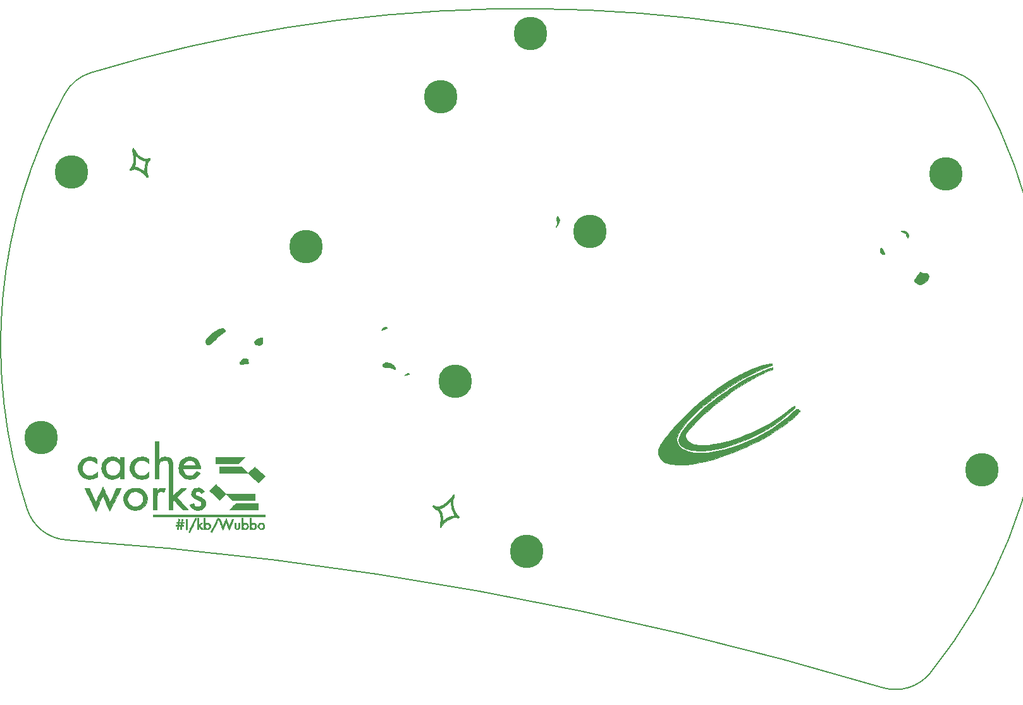
<source format=gts>
%TF.GenerationSoftware,KiCad,Pcbnew,6.0.4-6f826c9f35~116~ubuntu20.04.1*%
%TF.CreationDate,2022-04-29T22:15:31+02:00*%
%TF.ProjectId,Bottom_Plate,426f7474-6f6d-45f5-906c-6174652e6b69,v0.1*%
%TF.SameCoordinates,Original*%
%TF.FileFunction,Soldermask,Top*%
%TF.FilePolarity,Negative*%
%FSLAX46Y46*%
G04 Gerber Fmt 4.6, Leading zero omitted, Abs format (unit mm)*
G04 Created by KiCad (PCBNEW 6.0.4-6f826c9f35~116~ubuntu20.04.1) date 2022-04-29 22:15:31*
%MOMM*%
%LPD*%
G01*
G04 APERTURE LIST*
%TA.AperFunction,Profile*%
%ADD10C,0.150000*%
%TD*%
%ADD11C,0.010000*%
%ADD12C,0.800000*%
%ADD13C,4.500000*%
G04 APERTURE END LIST*
D10*
X262416859Y-203252464D02*
G75*
G03*
X153161630Y-183482473I-143107459J-479082636D01*
G01*
X272205916Y-120898534D02*
G75*
G03*
X271985972Y-120832154I-59168016J-195650166D01*
G01*
X271985971Y-120832156D02*
G75*
G03*
X263040530Y-118362828I-35767871J-112135844D01*
G01*
X147873349Y-179386338D02*
G75*
G03*
X153161630Y-183482474I5694551J1890138D01*
G01*
X275733963Y-123764126D02*
G75*
G03*
X272205916Y-120898534I-5264963J-2877474D01*
G01*
X156412826Y-120898532D02*
G75*
G03*
X152884756Y-123764114I1736874J-5743068D01*
G01*
X262416840Y-203252522D02*
G75*
G03*
X268805219Y-201269252I1717260J5749022D01*
G01*
X152884756Y-123764112D02*
G75*
G03*
X147873339Y-179386340I61424614J-33571068D01*
G01*
X268805218Y-201269250D02*
G75*
G03*
X275733987Y-123764114I-54495848J43934070D01*
G01*
X263040530Y-118362829D02*
G75*
G03*
X156412828Y-120898534I-48731160J-193972341D01*
G01*
%TO.C,*%
G36*
X163382374Y-172343131D02*
G01*
X163546755Y-172363383D01*
X163700003Y-172402203D01*
X163856874Y-172462959D01*
X163965437Y-172514634D01*
X164134020Y-172599396D01*
X164134020Y-173264082D01*
X164033478Y-173166380D01*
X163861549Y-173018382D01*
X163689153Y-172909835D01*
X163510913Y-172838145D01*
X163321451Y-172800714D01*
X163266187Y-172796053D01*
X163047293Y-172801203D01*
X162845715Y-172844950D01*
X162661015Y-172927462D01*
X162492751Y-173048906D01*
X162420095Y-173118570D01*
X162301277Y-173260223D01*
X162219324Y-173403027D01*
X162169752Y-173557209D01*
X162148076Y-173732998D01*
X162147762Y-173739785D01*
X162148733Y-173918886D01*
X162170698Y-174074958D01*
X162216463Y-174223198D01*
X162252285Y-174305816D01*
X162356196Y-174478954D01*
X162488971Y-174622529D01*
X162647342Y-174734543D01*
X162828042Y-174812997D01*
X163027803Y-174855890D01*
X163164145Y-174863757D01*
X163366032Y-174851418D01*
X163543941Y-174811936D01*
X163707036Y-174741613D01*
X163864482Y-174636752D01*
X163985172Y-174532463D01*
X164156289Y-174371489D01*
X164150446Y-174707581D01*
X164144603Y-175043674D01*
X163943520Y-175144654D01*
X163737255Y-175228372D01*
X163508573Y-175286537D01*
X163270262Y-175317099D01*
X163035113Y-175318010D01*
X162927520Y-175307369D01*
X162671451Y-175252802D01*
X162436989Y-175163330D01*
X162226435Y-175041576D01*
X162042090Y-174890168D01*
X161886254Y-174711729D01*
X161761230Y-174508886D01*
X161669316Y-174284264D01*
X161612816Y-174040488D01*
X161594020Y-173785781D01*
X161605676Y-173624343D01*
X161637853Y-173454642D01*
X161686365Y-173295016D01*
X161728051Y-173198600D01*
X161853379Y-172996874D01*
X162013261Y-172814254D01*
X162202698Y-172654756D01*
X162416693Y-172522393D01*
X162650246Y-172421183D01*
X162726437Y-172396583D01*
X162817913Y-172371375D01*
X162899545Y-172354629D01*
X162985067Y-172344621D01*
X163088210Y-172339623D01*
X163192103Y-172338078D01*
X163382374Y-172343131D01*
G37*
D11*
X163382374Y-172343131D02*
X163546755Y-172363383D01*
X163700003Y-172402203D01*
X163856874Y-172462959D01*
X163965437Y-172514634D01*
X164134020Y-172599396D01*
X164134020Y-173264082D01*
X164033478Y-173166380D01*
X163861549Y-173018382D01*
X163689153Y-172909835D01*
X163510913Y-172838145D01*
X163321451Y-172800714D01*
X163266187Y-172796053D01*
X163047293Y-172801203D01*
X162845715Y-172844950D01*
X162661015Y-172927462D01*
X162492751Y-173048906D01*
X162420095Y-173118570D01*
X162301277Y-173260223D01*
X162219324Y-173403027D01*
X162169752Y-173557209D01*
X162148076Y-173732998D01*
X162147762Y-173739785D01*
X162148733Y-173918886D01*
X162170698Y-174074958D01*
X162216463Y-174223198D01*
X162252285Y-174305816D01*
X162356196Y-174478954D01*
X162488971Y-174622529D01*
X162647342Y-174734543D01*
X162828042Y-174812997D01*
X163027803Y-174855890D01*
X163164145Y-174863757D01*
X163366032Y-174851418D01*
X163543941Y-174811936D01*
X163707036Y-174741613D01*
X163864482Y-174636752D01*
X163985172Y-174532463D01*
X164156289Y-174371489D01*
X164150446Y-174707581D01*
X164144603Y-175043674D01*
X163943520Y-175144654D01*
X163737255Y-175228372D01*
X163508573Y-175286537D01*
X163270262Y-175317099D01*
X163035113Y-175318010D01*
X162927520Y-175307369D01*
X162671451Y-175252802D01*
X162436989Y-175163330D01*
X162226435Y-175041576D01*
X162042090Y-174890168D01*
X161886254Y-174711729D01*
X161761230Y-174508886D01*
X161669316Y-174284264D01*
X161612816Y-174040488D01*
X161594020Y-173785781D01*
X161605676Y-173624343D01*
X161637853Y-173454642D01*
X161686365Y-173295016D01*
X161728051Y-173198600D01*
X161853379Y-172996874D01*
X162013261Y-172814254D01*
X162202698Y-172654756D01*
X162416693Y-172522393D01*
X162650246Y-172421183D01*
X162726437Y-172396583D01*
X162817913Y-172371375D01*
X162899545Y-172354629D01*
X162985067Y-172344621D01*
X163088210Y-172339623D01*
X163192103Y-172338078D01*
X163382374Y-172343131D01*
G36*
X169298687Y-181785257D02*
G01*
X169129353Y-181785257D01*
X169129353Y-180642257D01*
X169298687Y-180642257D01*
X169298687Y-181785257D01*
G37*
X169298687Y-181785257D02*
X169129353Y-181785257D01*
X169129353Y-180642257D01*
X169298687Y-180642257D01*
X169298687Y-181785257D01*
G36*
X167988821Y-181460828D02*
G01*
X168004448Y-181445311D01*
X168007711Y-181415666D01*
X168007753Y-181409549D01*
X168011502Y-181347929D01*
X168020297Y-181276965D01*
X168021106Y-181271965D01*
X168034225Y-181192590D01*
X167925623Y-181192590D01*
X167861934Y-181191297D01*
X167829794Y-181183216D01*
X167818418Y-181162040D01*
X167817020Y-181129090D01*
X167819059Y-181092473D01*
X167832204Y-181073608D01*
X167866997Y-181066610D01*
X167930731Y-181065590D01*
X168044443Y-181065590D01*
X168056605Y-180986215D01*
X168065666Y-180920771D01*
X168076269Y-180835310D01*
X168083339Y-180773421D01*
X168097910Y-180640002D01*
X168163840Y-180646421D01*
X168204427Y-180653284D01*
X168223584Y-180671570D01*
X168229260Y-180713586D01*
X168229525Y-180748090D01*
X168226344Y-180829018D01*
X168218619Y-180920807D01*
X168214648Y-180954465D01*
X168200014Y-181065590D01*
X168468475Y-181065590D01*
X168480825Y-180996799D01*
X168489433Y-180939176D01*
X168499415Y-180858422D01*
X168507270Y-180785132D01*
X168516036Y-180709131D01*
X168526160Y-180666145D01*
X168541673Y-180646939D01*
X168566605Y-180642278D01*
X168569628Y-180642257D01*
X168611737Y-180643242D01*
X168641222Y-180650117D01*
X168659150Y-180668761D01*
X168666589Y-180705052D01*
X168664606Y-180764871D01*
X168654269Y-180854096D01*
X168636645Y-180978605D01*
X168634004Y-180996799D01*
X168624015Y-181065590D01*
X168728517Y-181065590D01*
X168790665Y-181067026D01*
X168821472Y-181075785D01*
X168831926Y-181098542D01*
X168833020Y-181129090D01*
X168830732Y-181166595D01*
X168816612Y-181185352D01*
X168779773Y-181191853D01*
X168726522Y-181192590D01*
X168667941Y-181193861D01*
X168632104Y-181203459D01*
X168611818Y-181230065D01*
X168599890Y-181282359D01*
X168590581Y-181356632D01*
X168577562Y-181467757D01*
X168790687Y-181467757D01*
X168790687Y-181615924D01*
X168563264Y-181615924D01*
X168550841Y-181695299D01*
X168542062Y-181759193D01*
X168531852Y-181844697D01*
X168524046Y-181917549D01*
X168515127Y-181993552D01*
X168504903Y-182036542D01*
X168489328Y-182055749D01*
X168464354Y-182060403D01*
X168461411Y-182060424D01*
X168419806Y-182059542D01*
X168390477Y-182053036D01*
X168372428Y-182035109D01*
X168364664Y-181999968D01*
X168366188Y-181941817D01*
X168376004Y-181854864D01*
X168393117Y-181733312D01*
X168398642Y-181695299D01*
X168410187Y-181615924D01*
X168274035Y-181615924D01*
X168211168Y-181616124D01*
X168168818Y-181621453D01*
X168141972Y-181639000D01*
X168125614Y-181675857D01*
X168114731Y-181739114D01*
X168104307Y-181835861D01*
X168101890Y-181859340D01*
X168093097Y-181934147D01*
X168084043Y-181995664D01*
X168078443Y-182023382D01*
X168051736Y-182051575D01*
X168004191Y-182059954D01*
X167953750Y-182045679D01*
X167950393Y-182043644D01*
X167940756Y-182015784D01*
X167938829Y-181956065D01*
X167943948Y-181874126D01*
X167955446Y-181779603D01*
X167972658Y-181682134D01*
X167976636Y-181663549D01*
X167979581Y-181636359D01*
X167966702Y-181622145D01*
X167928674Y-181616730D01*
X167870340Y-181615924D01*
X167753520Y-181615924D01*
X167753520Y-181467757D01*
X167880520Y-181467757D01*
X168150148Y-181467757D01*
X168290500Y-181467757D01*
X168366217Y-181466336D01*
X168408762Y-181460369D01*
X168427248Y-181447299D01*
X168430853Y-181428378D01*
X168433663Y-181383871D01*
X168440732Y-181318350D01*
X168444314Y-181290794D01*
X168457774Y-181192590D01*
X168317314Y-181192590D01*
X168242449Y-181193334D01*
X168200416Y-181198188D01*
X168181711Y-181211083D01*
X168176832Y-181235950D01*
X168176620Y-181250799D01*
X168172871Y-181312418D01*
X168164076Y-181383382D01*
X168163267Y-181388382D01*
X168150148Y-181467757D01*
X167880520Y-181467757D01*
X167950841Y-181466786D01*
X167988821Y-181460828D01*
G37*
X167988821Y-181460828D02*
X168004448Y-181445311D01*
X168007711Y-181415666D01*
X168007753Y-181409549D01*
X168011502Y-181347929D01*
X168020297Y-181276965D01*
X168021106Y-181271965D01*
X168034225Y-181192590D01*
X167925623Y-181192590D01*
X167861934Y-181191297D01*
X167829794Y-181183216D01*
X167818418Y-181162040D01*
X167817020Y-181129090D01*
X167819059Y-181092473D01*
X167832204Y-181073608D01*
X167866997Y-181066610D01*
X167930731Y-181065590D01*
X168044443Y-181065590D01*
X168056605Y-180986215D01*
X168065666Y-180920771D01*
X168076269Y-180835310D01*
X168083339Y-180773421D01*
X168097910Y-180640002D01*
X168163840Y-180646421D01*
X168204427Y-180653284D01*
X168223584Y-180671570D01*
X168229260Y-180713586D01*
X168229525Y-180748090D01*
X168226344Y-180829018D01*
X168218619Y-180920807D01*
X168214648Y-180954465D01*
X168200014Y-181065590D01*
X168468475Y-181065590D01*
X168480825Y-180996799D01*
X168489433Y-180939176D01*
X168499415Y-180858422D01*
X168507270Y-180785132D01*
X168516036Y-180709131D01*
X168526160Y-180666145D01*
X168541673Y-180646939D01*
X168566605Y-180642278D01*
X168569628Y-180642257D01*
X168611737Y-180643242D01*
X168641222Y-180650117D01*
X168659150Y-180668761D01*
X168666589Y-180705052D01*
X168664606Y-180764871D01*
X168654269Y-180854096D01*
X168636645Y-180978605D01*
X168634004Y-180996799D01*
X168624015Y-181065590D01*
X168728517Y-181065590D01*
X168790665Y-181067026D01*
X168821472Y-181075785D01*
X168831926Y-181098542D01*
X168833020Y-181129090D01*
X168830732Y-181166595D01*
X168816612Y-181185352D01*
X168779773Y-181191853D01*
X168726522Y-181192590D01*
X168667941Y-181193861D01*
X168632104Y-181203459D01*
X168611818Y-181230065D01*
X168599890Y-181282359D01*
X168590581Y-181356632D01*
X168577562Y-181467757D01*
X168790687Y-181467757D01*
X168790687Y-181615924D01*
X168563264Y-181615924D01*
X168550841Y-181695299D01*
X168542062Y-181759193D01*
X168531852Y-181844697D01*
X168524046Y-181917549D01*
X168515127Y-181993552D01*
X168504903Y-182036542D01*
X168489328Y-182055749D01*
X168464354Y-182060403D01*
X168461411Y-182060424D01*
X168419806Y-182059542D01*
X168390477Y-182053036D01*
X168372428Y-182035109D01*
X168364664Y-181999968D01*
X168366188Y-181941817D01*
X168376004Y-181854864D01*
X168393117Y-181733312D01*
X168398642Y-181695299D01*
X168410187Y-181615924D01*
X168274035Y-181615924D01*
X168211168Y-181616124D01*
X168168818Y-181621453D01*
X168141972Y-181639000D01*
X168125614Y-181675857D01*
X168114731Y-181739114D01*
X168104307Y-181835861D01*
X168101890Y-181859340D01*
X168093097Y-181934147D01*
X168084043Y-181995664D01*
X168078443Y-182023382D01*
X168051736Y-182051575D01*
X168004191Y-182059954D01*
X167953750Y-182045679D01*
X167950393Y-182043644D01*
X167940756Y-182015784D01*
X167938829Y-181956065D01*
X167943948Y-181874126D01*
X167955446Y-181779603D01*
X167972658Y-181682134D01*
X167976636Y-181663549D01*
X167979581Y-181636359D01*
X167966702Y-181622145D01*
X167928674Y-181616730D01*
X167870340Y-181615924D01*
X167753520Y-181615924D01*
X167753520Y-181467757D01*
X167880520Y-181467757D01*
X168150148Y-181467757D01*
X168290500Y-181467757D01*
X168366217Y-181466336D01*
X168408762Y-181460369D01*
X168427248Y-181447299D01*
X168430853Y-181428378D01*
X168433663Y-181383871D01*
X168440732Y-181318350D01*
X168444314Y-181290794D01*
X168457774Y-181192590D01*
X168317314Y-181192590D01*
X168242449Y-181193334D01*
X168200416Y-181198188D01*
X168181711Y-181211083D01*
X168176832Y-181235950D01*
X168176620Y-181250799D01*
X168172871Y-181312418D01*
X168164076Y-181383382D01*
X168163267Y-181388382D01*
X168150148Y-181467757D01*
X167880520Y-181467757D01*
X167950841Y-181466786D01*
X167988821Y-181460828D01*
G36*
X178750099Y-181438190D02*
G01*
X178811247Y-181329833D01*
X178887187Y-181253064D01*
X179003158Y-181186711D01*
X179129687Y-181156922D01*
X179258534Y-181162328D01*
X179381462Y-181201560D01*
X179490234Y-181273250D01*
X179570686Y-181366642D01*
X179627658Y-181487848D01*
X179646799Y-181609855D01*
X179632218Y-181727684D01*
X179588022Y-181836357D01*
X179518316Y-181930893D01*
X179427209Y-182006315D01*
X179318808Y-182057644D01*
X179197219Y-182079900D01*
X179066549Y-182068104D01*
X179006509Y-182050585D01*
X178895182Y-181990510D01*
X178809796Y-181903640D01*
X178751472Y-181797473D01*
X178721334Y-181679510D01*
X178720633Y-181576438D01*
X178890772Y-181576438D01*
X178894636Y-181683643D01*
X178933040Y-181781821D01*
X179003171Y-181861916D01*
X179056942Y-181896349D01*
X179129230Y-181925555D01*
X179191996Y-181929563D01*
X179263007Y-181908022D01*
X179299008Y-181891540D01*
X179385846Y-181830015D01*
X179441332Y-181750321D01*
X179467137Y-181660091D01*
X179464936Y-181566959D01*
X179436398Y-181478558D01*
X179383198Y-181402521D01*
X179307007Y-181346481D01*
X179209497Y-181318073D01*
X179172937Y-181316062D01*
X179068152Y-181331795D01*
X178987335Y-181381158D01*
X178925218Y-181467394D01*
X178924261Y-181469261D01*
X178890772Y-181576438D01*
X178720633Y-181576438D01*
X178720502Y-181557249D01*
X178750099Y-181438190D01*
G37*
X178750099Y-181438190D02*
X178811247Y-181329833D01*
X178887187Y-181253064D01*
X179003158Y-181186711D01*
X179129687Y-181156922D01*
X179258534Y-181162328D01*
X179381462Y-181201560D01*
X179490234Y-181273250D01*
X179570686Y-181366642D01*
X179627658Y-181487848D01*
X179646799Y-181609855D01*
X179632218Y-181727684D01*
X179588022Y-181836357D01*
X179518316Y-181930893D01*
X179427209Y-182006315D01*
X179318808Y-182057644D01*
X179197219Y-182079900D01*
X179066549Y-182068104D01*
X179006509Y-182050585D01*
X178895182Y-181990510D01*
X178809796Y-181903640D01*
X178751472Y-181797473D01*
X178721334Y-181679510D01*
X178720633Y-181576438D01*
X178890772Y-181576438D01*
X178894636Y-181683643D01*
X178933040Y-181781821D01*
X179003171Y-181861916D01*
X179056942Y-181896349D01*
X179129230Y-181925555D01*
X179191996Y-181929563D01*
X179263007Y-181908022D01*
X179299008Y-181891540D01*
X179385846Y-181830015D01*
X179441332Y-181750321D01*
X179467137Y-181660091D01*
X179464936Y-181566959D01*
X179436398Y-181478558D01*
X179383198Y-181402521D01*
X179307007Y-181346481D01*
X179209497Y-181318073D01*
X179172937Y-181316062D01*
X179068152Y-181331795D01*
X178987335Y-181381158D01*
X178925218Y-181467394D01*
X178924261Y-181469261D01*
X178890772Y-181576438D01*
X178720633Y-181576438D01*
X178720502Y-181557249D01*
X178750099Y-181438190D01*
G36*
X170980996Y-176519072D02*
G01*
X171153251Y-176585480D01*
X171304488Y-176685752D01*
X171346465Y-176723647D01*
X171401697Y-176782845D01*
X171456280Y-176850507D01*
X171502777Y-176916264D01*
X171533750Y-176969750D01*
X171542353Y-176996722D01*
X171524508Y-177012360D01*
X171476093Y-177041732D01*
X171404793Y-177080439D01*
X171329916Y-177118386D01*
X171117478Y-177222910D01*
X171031464Y-177122281D01*
X170950798Y-177039254D01*
X170872697Y-176986765D01*
X170783595Y-176956211D01*
X170762632Y-176951857D01*
X170658221Y-176949555D01*
X170554778Y-176977459D01*
X170462174Y-177029753D01*
X170390276Y-177100625D01*
X170348953Y-177184262D01*
X170346055Y-177197261D01*
X170344881Y-177286024D01*
X170377448Y-177368033D01*
X170445678Y-177445205D01*
X170551490Y-177519452D01*
X170696806Y-177592689D01*
X170776342Y-177626124D01*
X171032713Y-177736780D01*
X171246852Y-177846495D01*
X171418849Y-177955329D01*
X171548793Y-178063344D01*
X171636773Y-178170598D01*
X171665349Y-178224641D01*
X171718306Y-178398081D01*
X171731898Y-178573793D01*
X171708490Y-178746918D01*
X171650448Y-178912596D01*
X171560134Y-179065970D01*
X171439913Y-179202179D01*
X171292150Y-179316365D01*
X171119208Y-179403670D01*
X171085561Y-179416164D01*
X170970255Y-179445345D01*
X170829390Y-179463895D01*
X170678569Y-179471080D01*
X170533392Y-179466164D01*
X170409463Y-179448411D01*
X170408051Y-179448091D01*
X170209386Y-179381552D01*
X170029921Y-179278553D01*
X169873744Y-179142178D01*
X169744946Y-178975510D01*
X169715398Y-178925723D01*
X169677748Y-178855519D01*
X169650063Y-178798465D01*
X169637588Y-178765480D01*
X169637353Y-178763286D01*
X169655580Y-178748926D01*
X169703955Y-178723644D01*
X169773020Y-178691465D01*
X169853317Y-178656417D01*
X169935389Y-178622526D01*
X170009777Y-178593818D01*
X170067023Y-178574320D01*
X170096133Y-178567974D01*
X170114328Y-178585297D01*
X170144173Y-178630327D01*
X170174099Y-178683803D01*
X170242725Y-178789956D01*
X170327406Y-178882850D01*
X170418262Y-178953149D01*
X170497679Y-178989532D01*
X170642263Y-179013107D01*
X170784152Y-179005893D01*
X170915004Y-178970227D01*
X171026473Y-178908444D01*
X171110218Y-178822882D01*
X171114303Y-178816854D01*
X171158188Y-178722324D01*
X171179341Y-178614521D01*
X171176792Y-178508127D01*
X171149573Y-178417823D01*
X171141583Y-178403777D01*
X171078770Y-178333715D01*
X170975394Y-178258229D01*
X170832765Y-178178127D01*
X170652192Y-178094218D01*
X170614503Y-178078247D01*
X170433907Y-177997321D01*
X170270122Y-177913296D01*
X170130766Y-177830421D01*
X170023456Y-177752946D01*
X170008156Y-177739923D01*
X169921604Y-177636746D01*
X169863217Y-177507789D01*
X169834394Y-177360072D01*
X169836533Y-177200613D01*
X169869165Y-177042505D01*
X169895827Y-176962950D01*
X169924953Y-176901608D01*
X169965153Y-176844947D01*
X170025037Y-176779434D01*
X170057225Y-176746926D01*
X170171892Y-176646158D01*
X170289041Y-176574679D01*
X170421114Y-176526646D01*
X170580552Y-176496212D01*
X170594826Y-176494367D01*
X170793072Y-176488157D01*
X170980996Y-176519072D01*
G37*
X170980996Y-176519072D02*
X171153251Y-176585480D01*
X171304488Y-176685752D01*
X171346465Y-176723647D01*
X171401697Y-176782845D01*
X171456280Y-176850507D01*
X171502777Y-176916264D01*
X171533750Y-176969750D01*
X171542353Y-176996722D01*
X171524508Y-177012360D01*
X171476093Y-177041732D01*
X171404793Y-177080439D01*
X171329916Y-177118386D01*
X171117478Y-177222910D01*
X171031464Y-177122281D01*
X170950798Y-177039254D01*
X170872697Y-176986765D01*
X170783595Y-176956211D01*
X170762632Y-176951857D01*
X170658221Y-176949555D01*
X170554778Y-176977459D01*
X170462174Y-177029753D01*
X170390276Y-177100625D01*
X170348953Y-177184262D01*
X170346055Y-177197261D01*
X170344881Y-177286024D01*
X170377448Y-177368033D01*
X170445678Y-177445205D01*
X170551490Y-177519452D01*
X170696806Y-177592689D01*
X170776342Y-177626124D01*
X171032713Y-177736780D01*
X171246852Y-177846495D01*
X171418849Y-177955329D01*
X171548793Y-178063344D01*
X171636773Y-178170598D01*
X171665349Y-178224641D01*
X171718306Y-178398081D01*
X171731898Y-178573793D01*
X171708490Y-178746918D01*
X171650448Y-178912596D01*
X171560134Y-179065970D01*
X171439913Y-179202179D01*
X171292150Y-179316365D01*
X171119208Y-179403670D01*
X171085561Y-179416164D01*
X170970255Y-179445345D01*
X170829390Y-179463895D01*
X170678569Y-179471080D01*
X170533392Y-179466164D01*
X170409463Y-179448411D01*
X170408051Y-179448091D01*
X170209386Y-179381552D01*
X170029921Y-179278553D01*
X169873744Y-179142178D01*
X169744946Y-178975510D01*
X169715398Y-178925723D01*
X169677748Y-178855519D01*
X169650063Y-178798465D01*
X169637588Y-178765480D01*
X169637353Y-178763286D01*
X169655580Y-178748926D01*
X169703955Y-178723644D01*
X169773020Y-178691465D01*
X169853317Y-178656417D01*
X169935389Y-178622526D01*
X170009777Y-178593818D01*
X170067023Y-178574320D01*
X170096133Y-178567974D01*
X170114328Y-178585297D01*
X170144173Y-178630327D01*
X170174099Y-178683803D01*
X170242725Y-178789956D01*
X170327406Y-178882850D01*
X170418262Y-178953149D01*
X170497679Y-178989532D01*
X170642263Y-179013107D01*
X170784152Y-179005893D01*
X170915004Y-178970227D01*
X171026473Y-178908444D01*
X171110218Y-178822882D01*
X171114303Y-178816854D01*
X171158188Y-178722324D01*
X171179341Y-178614521D01*
X171176792Y-178508127D01*
X171149573Y-178417823D01*
X171141583Y-178403777D01*
X171078770Y-178333715D01*
X170975394Y-178258229D01*
X170832765Y-178178127D01*
X170652192Y-178094218D01*
X170614503Y-178078247D01*
X170433907Y-177997321D01*
X170270122Y-177913296D01*
X170130766Y-177830421D01*
X170023456Y-177752946D01*
X170008156Y-177739923D01*
X169921604Y-177636746D01*
X169863217Y-177507789D01*
X169834394Y-177360072D01*
X169836533Y-177200613D01*
X169869165Y-177042505D01*
X169895827Y-176962950D01*
X169924953Y-176901608D01*
X169965153Y-176844947D01*
X170025037Y-176779434D01*
X170057225Y-176746926D01*
X170171892Y-176646158D01*
X170289041Y-176574679D01*
X170421114Y-176526646D01*
X170580552Y-176496212D01*
X170594826Y-176494367D01*
X170793072Y-176488157D01*
X170980996Y-176519072D01*
G36*
X175400747Y-172387483D02*
G01*
X175728392Y-172388156D01*
X176018890Y-172389269D01*
X176271575Y-172390814D01*
X176485787Y-172392786D01*
X176660860Y-172395175D01*
X176796133Y-172397976D01*
X176890941Y-172401182D01*
X176944622Y-172404784D01*
X176957492Y-172408009D01*
X176940832Y-172427490D01*
X176897368Y-172472031D01*
X176831126Y-172537683D01*
X176746132Y-172620495D01*
X176646413Y-172716517D01*
X176535994Y-172821801D01*
X176527103Y-172830236D01*
X176103770Y-173231710D01*
X174606228Y-173232817D01*
X173108687Y-173233924D01*
X173108687Y-172387257D01*
X175036617Y-172387257D01*
X175400747Y-172387483D01*
G37*
X175400747Y-172387483D02*
X175728392Y-172388156D01*
X176018890Y-172389269D01*
X176271575Y-172390814D01*
X176485787Y-172392786D01*
X176660860Y-172395175D01*
X176796133Y-172397976D01*
X176890941Y-172401182D01*
X176944622Y-172404784D01*
X176957492Y-172408009D01*
X176940832Y-172427490D01*
X176897368Y-172472031D01*
X176831126Y-172537683D01*
X176746132Y-172620495D01*
X176646413Y-172716517D01*
X176535994Y-172821801D01*
X176527103Y-172830236D01*
X176103770Y-173231710D01*
X174606228Y-173232817D01*
X173108687Y-173233924D01*
X173108687Y-172387257D01*
X175036617Y-172387257D01*
X175400747Y-172387483D01*
G36*
X175779078Y-181497327D02*
G01*
X175782494Y-181624881D01*
X175786813Y-181717081D01*
X175792915Y-181780910D01*
X175801676Y-181823348D01*
X175813975Y-181851375D01*
X175825506Y-181866544D01*
X175892922Y-181913950D01*
X175969005Y-181926723D01*
X176042436Y-181907114D01*
X176101898Y-181857374D01*
X176129033Y-181806175D01*
X176139127Y-181755305D01*
X176147408Y-181672286D01*
X176153118Y-181567290D01*
X176155492Y-181451882D01*
X176156687Y-181171424D01*
X176330371Y-181171424D01*
X176322904Y-181519138D01*
X176319072Y-181660210D01*
X176313047Y-181766205D01*
X176302664Y-181844380D01*
X176285753Y-181901991D01*
X176260149Y-181946296D01*
X176223685Y-181984550D01*
X176174193Y-182024010D01*
X176171538Y-182025994D01*
X176105062Y-182056387D01*
X176015190Y-182073479D01*
X175919117Y-182076001D01*
X175834034Y-182062684D01*
X175807437Y-182052874D01*
X175714883Y-181989140D01*
X175648275Y-181900276D01*
X175627014Y-181846994D01*
X175619462Y-181799670D01*
X175613148Y-181720104D01*
X175608629Y-181618385D01*
X175606462Y-181504600D01*
X175606353Y-181473188D01*
X175606353Y-181171424D01*
X175771887Y-181171424D01*
X175779078Y-181497327D01*
G37*
X175779078Y-181497327D02*
X175782494Y-181624881D01*
X175786813Y-181717081D01*
X175792915Y-181780910D01*
X175801676Y-181823348D01*
X175813975Y-181851375D01*
X175825506Y-181866544D01*
X175892922Y-181913950D01*
X175969005Y-181926723D01*
X176042436Y-181907114D01*
X176101898Y-181857374D01*
X176129033Y-181806175D01*
X176139127Y-181755305D01*
X176147408Y-181672286D01*
X176153118Y-181567290D01*
X176155492Y-181451882D01*
X176156687Y-181171424D01*
X176330371Y-181171424D01*
X176322904Y-181519138D01*
X176319072Y-181660210D01*
X176313047Y-181766205D01*
X176302664Y-181844380D01*
X176285753Y-181901991D01*
X176260149Y-181946296D01*
X176223685Y-181984550D01*
X176174193Y-182024010D01*
X176171538Y-182025994D01*
X176105062Y-182056387D01*
X176015190Y-182073479D01*
X175919117Y-182076001D01*
X175834034Y-182062684D01*
X175807437Y-182052874D01*
X175714883Y-181989140D01*
X175648275Y-181900276D01*
X175627014Y-181846994D01*
X175619462Y-181799670D01*
X175613148Y-181720104D01*
X175608629Y-181618385D01*
X175606462Y-181504600D01*
X175606353Y-181473188D01*
X175606353Y-181171424D01*
X175771887Y-181171424D01*
X175779078Y-181497327D01*
G36*
X169260471Y-181867081D02*
G01*
X169301626Y-181911488D01*
X169319806Y-181966128D01*
X169319853Y-181968851D01*
X169301832Y-182020363D01*
X169258789Y-182063450D01*
X169207254Y-182081590D01*
X169207061Y-182081590D01*
X169166602Y-182067457D01*
X169129353Y-182039257D01*
X169097957Y-181997351D01*
X169087020Y-181965174D01*
X169104204Y-181921460D01*
X169144945Y-181878518D01*
X169193020Y-181851611D01*
X169210739Y-181848757D01*
X169260471Y-181867081D01*
G37*
X169260471Y-181867081D02*
X169301626Y-181911488D01*
X169319806Y-181966128D01*
X169319853Y-181968851D01*
X169301832Y-182020363D01*
X169258789Y-182063450D01*
X169207254Y-182081590D01*
X169207061Y-182081590D01*
X169166602Y-182067457D01*
X169129353Y-182039257D01*
X169097957Y-181997351D01*
X169087020Y-181965174D01*
X169104204Y-181921460D01*
X169144945Y-181878518D01*
X169193020Y-181851611D01*
X169210739Y-181848757D01*
X169260471Y-181867081D01*
G36*
X157986870Y-176364614D02*
G01*
X158012673Y-176418627D01*
X158052117Y-176504352D01*
X158103603Y-176618223D01*
X158165534Y-176756675D01*
X158236311Y-176916143D01*
X158314336Y-177093063D01*
X158398009Y-177283871D01*
X158438816Y-177377299D01*
X158524771Y-177574004D01*
X158605897Y-177759016D01*
X158680579Y-177928696D01*
X158747202Y-178079405D01*
X158804151Y-178207504D01*
X158849812Y-178309354D01*
X158882568Y-178381316D01*
X158900806Y-178419751D01*
X158903865Y-178425159D01*
X158915476Y-178409783D01*
X158943097Y-178359577D01*
X158984961Y-178278130D01*
X159039300Y-178169033D01*
X159104348Y-178035876D01*
X159178339Y-177882248D01*
X159259506Y-177711741D01*
X159346081Y-177527943D01*
X159359580Y-177499118D01*
X159800385Y-176557090D01*
X160093952Y-176557090D01*
X160199922Y-176557694D01*
X160288876Y-176559350D01*
X160353205Y-176561829D01*
X160385299Y-176564900D01*
X160387520Y-176565994D01*
X160378390Y-176588156D01*
X160352153Y-176644470D01*
X160310537Y-176731447D01*
X160255271Y-176845600D01*
X160188084Y-176983441D01*
X160110705Y-177141482D01*
X160024862Y-177316236D01*
X159932284Y-177504214D01*
X159834701Y-177701931D01*
X159733840Y-177905897D01*
X159631430Y-178112625D01*
X159529201Y-178318627D01*
X159428881Y-178520417D01*
X159332198Y-178714506D01*
X159240882Y-178897406D01*
X159156661Y-179065630D01*
X159081264Y-179215691D01*
X159016420Y-179344100D01*
X158963857Y-179447370D01*
X158925305Y-179522013D01*
X158902492Y-179564543D01*
X158896835Y-179573340D01*
X158885341Y-179554516D01*
X158858655Y-179500440D01*
X158818408Y-179414708D01*
X158766231Y-179300916D01*
X158703755Y-179162659D01*
X158632610Y-179003532D01*
X158554428Y-178827132D01*
X158470840Y-178637053D01*
X158435969Y-178557340D01*
X158350600Y-178362232D01*
X158270082Y-178178858D01*
X158196042Y-178010882D01*
X158130110Y-177861967D01*
X158073913Y-177735779D01*
X158029081Y-177635980D01*
X157997242Y-177566234D01*
X157980023Y-177530206D01*
X157977616Y-177526078D01*
X157966650Y-177541961D01*
X157940473Y-177593205D01*
X157900684Y-177676320D01*
X157848882Y-177787816D01*
X157786665Y-177924201D01*
X157715633Y-178081983D01*
X157637384Y-178257673D01*
X157553517Y-178447780D01*
X157509880Y-178547370D01*
X157423738Y-178743905D01*
X157342513Y-178928254D01*
X157267801Y-179096859D01*
X157201198Y-179246166D01*
X157144300Y-179372616D01*
X157098705Y-179472654D01*
X157066007Y-179542723D01*
X157047804Y-179579268D01*
X157044658Y-179583858D01*
X157033693Y-179565289D01*
X157005749Y-179511577D01*
X156962292Y-179425685D01*
X156904785Y-179310575D01*
X156834693Y-179169210D01*
X156753482Y-179004551D01*
X156662615Y-178819562D01*
X156563557Y-178617203D01*
X156457773Y-178400438D01*
X156346727Y-178172229D01*
X156346122Y-178170983D01*
X156233714Y-177939659D01*
X156125702Y-177717411D01*
X156023666Y-177507488D01*
X155929184Y-177313138D01*
X155843836Y-177137609D01*
X155769202Y-176984148D01*
X155706860Y-176856004D01*
X155658391Y-176756424D01*
X155625374Y-176688657D01*
X155609927Y-176657047D01*
X155560214Y-176555920D01*
X156161146Y-176567674D01*
X156594854Y-177503526D01*
X156681055Y-177688834D01*
X156762063Y-177861637D01*
X156836123Y-178018286D01*
X156901481Y-178155130D01*
X156956379Y-178268520D01*
X156999063Y-178354805D01*
X157027777Y-178410336D01*
X157040766Y-178431462D01*
X157041166Y-178431525D01*
X157051810Y-178411195D01*
X157077776Y-178355649D01*
X157117461Y-178268472D01*
X157169265Y-178153249D01*
X157231583Y-178013567D01*
X157302813Y-177853012D01*
X157381353Y-177675169D01*
X157465600Y-177483625D01*
X157508853Y-177385000D01*
X157595268Y-177188271D01*
X157676768Y-177003705D01*
X157751754Y-176834854D01*
X157818627Y-176685271D01*
X157875790Y-176558511D01*
X157921643Y-176458126D01*
X157954588Y-176387670D01*
X157973027Y-176350697D01*
X157976307Y-176345876D01*
X157986870Y-176364614D01*
G37*
X157986870Y-176364614D02*
X158012673Y-176418627D01*
X158052117Y-176504352D01*
X158103603Y-176618223D01*
X158165534Y-176756675D01*
X158236311Y-176916143D01*
X158314336Y-177093063D01*
X158398009Y-177283871D01*
X158438816Y-177377299D01*
X158524771Y-177574004D01*
X158605897Y-177759016D01*
X158680579Y-177928696D01*
X158747202Y-178079405D01*
X158804151Y-178207504D01*
X158849812Y-178309354D01*
X158882568Y-178381316D01*
X158900806Y-178419751D01*
X158903865Y-178425159D01*
X158915476Y-178409783D01*
X158943097Y-178359577D01*
X158984961Y-178278130D01*
X159039300Y-178169033D01*
X159104348Y-178035876D01*
X159178339Y-177882248D01*
X159259506Y-177711741D01*
X159346081Y-177527943D01*
X159359580Y-177499118D01*
X159800385Y-176557090D01*
X160093952Y-176557090D01*
X160199922Y-176557694D01*
X160288876Y-176559350D01*
X160353205Y-176561829D01*
X160385299Y-176564900D01*
X160387520Y-176565994D01*
X160378390Y-176588156D01*
X160352153Y-176644470D01*
X160310537Y-176731447D01*
X160255271Y-176845600D01*
X160188084Y-176983441D01*
X160110705Y-177141482D01*
X160024862Y-177316236D01*
X159932284Y-177504214D01*
X159834701Y-177701931D01*
X159733840Y-177905897D01*
X159631430Y-178112625D01*
X159529201Y-178318627D01*
X159428881Y-178520417D01*
X159332198Y-178714506D01*
X159240882Y-178897406D01*
X159156661Y-179065630D01*
X159081264Y-179215691D01*
X159016420Y-179344100D01*
X158963857Y-179447370D01*
X158925305Y-179522013D01*
X158902492Y-179564543D01*
X158896835Y-179573340D01*
X158885341Y-179554516D01*
X158858655Y-179500440D01*
X158818408Y-179414708D01*
X158766231Y-179300916D01*
X158703755Y-179162659D01*
X158632610Y-179003532D01*
X158554428Y-178827132D01*
X158470840Y-178637053D01*
X158435969Y-178557340D01*
X158350600Y-178362232D01*
X158270082Y-178178858D01*
X158196042Y-178010882D01*
X158130110Y-177861967D01*
X158073913Y-177735779D01*
X158029081Y-177635980D01*
X157997242Y-177566234D01*
X157980023Y-177530206D01*
X157977616Y-177526078D01*
X157966650Y-177541961D01*
X157940473Y-177593205D01*
X157900684Y-177676320D01*
X157848882Y-177787816D01*
X157786665Y-177924201D01*
X157715633Y-178081983D01*
X157637384Y-178257673D01*
X157553517Y-178447780D01*
X157509880Y-178547370D01*
X157423738Y-178743905D01*
X157342513Y-178928254D01*
X157267801Y-179096859D01*
X157201198Y-179246166D01*
X157144300Y-179372616D01*
X157098705Y-179472654D01*
X157066007Y-179542723D01*
X157047804Y-179579268D01*
X157044658Y-179583858D01*
X157033693Y-179565289D01*
X157005749Y-179511577D01*
X156962292Y-179425685D01*
X156904785Y-179310575D01*
X156834693Y-179169210D01*
X156753482Y-179004551D01*
X156662615Y-178819562D01*
X156563557Y-178617203D01*
X156457773Y-178400438D01*
X156346727Y-178172229D01*
X156346122Y-178170983D01*
X156233714Y-177939659D01*
X156125702Y-177717411D01*
X156023666Y-177507488D01*
X155929184Y-177313138D01*
X155843836Y-177137609D01*
X155769202Y-176984148D01*
X155706860Y-176856004D01*
X155658391Y-176756424D01*
X155625374Y-176688657D01*
X155609927Y-176657047D01*
X155560214Y-176555920D01*
X156161146Y-176567674D01*
X156594854Y-177503526D01*
X156681055Y-177688834D01*
X156762063Y-177861637D01*
X156836123Y-178018286D01*
X156901481Y-178155130D01*
X156956379Y-178268520D01*
X156999063Y-178354805D01*
X157027777Y-178410336D01*
X157040766Y-178431462D01*
X157041166Y-178431525D01*
X157051810Y-178411195D01*
X157077776Y-178355649D01*
X157117461Y-178268472D01*
X157169265Y-178153249D01*
X157231583Y-178013567D01*
X157302813Y-177853012D01*
X157381353Y-177675169D01*
X157465600Y-177483625D01*
X157508853Y-177385000D01*
X157595268Y-177188271D01*
X157676768Y-177003705D01*
X157751754Y-176834854D01*
X157818627Y-176685271D01*
X157875790Y-176558511D01*
X157921643Y-176458126D01*
X157954588Y-176387670D01*
X157973027Y-176350697D01*
X157976307Y-176345876D01*
X157986870Y-176364614D01*
G36*
X166063691Y-176498230D02*
G01*
X166131275Y-176508243D01*
X166197256Y-176526647D01*
X166217702Y-176533641D01*
X166286026Y-176559247D01*
X166337774Y-176581516D01*
X166359442Y-176593956D01*
X166355730Y-176617426D01*
X166333928Y-176669673D01*
X166297573Y-176743081D01*
X166250204Y-176830036D01*
X166247753Y-176834350D01*
X166120090Y-177058693D01*
X166047011Y-177021435D01*
X165921383Y-176978862D01*
X165783050Y-176967681D01*
X165645459Y-176987121D01*
X165522055Y-177036412D01*
X165495409Y-177053028D01*
X165409455Y-177129395D01*
X165342508Y-177231404D01*
X165290547Y-177365747D01*
X165276092Y-177417969D01*
X165265944Y-177460450D01*
X165257591Y-177504038D01*
X165250862Y-177553188D01*
X165245583Y-177612360D01*
X165241581Y-177686011D01*
X165238685Y-177778598D01*
X165236720Y-177894578D01*
X165235515Y-178038410D01*
X165234897Y-178214551D01*
X165234693Y-178427459D01*
X165234687Y-178486643D01*
X165234687Y-179393424D01*
X164705520Y-179393424D01*
X164705520Y-176557090D01*
X165234687Y-176557090D01*
X165234687Y-176833177D01*
X165351164Y-176716699D01*
X165444330Y-176629757D01*
X165527797Y-176569741D01*
X165613966Y-176531415D01*
X165715238Y-176509545D01*
X165844014Y-176498896D01*
X165869687Y-176497819D01*
X165980997Y-176495219D01*
X166063691Y-176498230D01*
G37*
X166063691Y-176498230D02*
X166131275Y-176508243D01*
X166197256Y-176526647D01*
X166217702Y-176533641D01*
X166286026Y-176559247D01*
X166337774Y-176581516D01*
X166359442Y-176593956D01*
X166355730Y-176617426D01*
X166333928Y-176669673D01*
X166297573Y-176743081D01*
X166250204Y-176830036D01*
X166247753Y-176834350D01*
X166120090Y-177058693D01*
X166047011Y-177021435D01*
X165921383Y-176978862D01*
X165783050Y-176967681D01*
X165645459Y-176987121D01*
X165522055Y-177036412D01*
X165495409Y-177053028D01*
X165409455Y-177129395D01*
X165342508Y-177231404D01*
X165290547Y-177365747D01*
X165276092Y-177417969D01*
X165265944Y-177460450D01*
X165257591Y-177504038D01*
X165250862Y-177553188D01*
X165245583Y-177612360D01*
X165241581Y-177686011D01*
X165238685Y-177778598D01*
X165236720Y-177894578D01*
X165235515Y-178038410D01*
X165234897Y-178214551D01*
X165234693Y-178427459D01*
X165234687Y-178486643D01*
X165234687Y-179393424D01*
X164705520Y-179393424D01*
X164705520Y-176557090D01*
X165234687Y-176557090D01*
X165234687Y-176833177D01*
X165351164Y-176716699D01*
X165444330Y-176629757D01*
X165527797Y-176569741D01*
X165613966Y-176531415D01*
X165715238Y-176509545D01*
X165844014Y-176498896D01*
X165869687Y-176497819D01*
X165980997Y-176495219D01*
X166063691Y-176498230D01*
G36*
X176749353Y-180515257D02*
G01*
X176749353Y-181281020D01*
X176812954Y-181227504D01*
X176906121Y-181175186D01*
X177016723Y-181154104D01*
X177133599Y-181164279D01*
X177245588Y-181205733D01*
X177280077Y-181226623D01*
X177368933Y-181306842D01*
X177426343Y-181408151D01*
X177454553Y-181535471D01*
X177458437Y-181617583D01*
X177456328Y-181706425D01*
X177447358Y-181769445D01*
X177427565Y-181823055D01*
X177394937Y-181880523D01*
X177309483Y-181982185D01*
X177204267Y-182049118D01*
X177085980Y-182079502D01*
X176961313Y-182071520D01*
X176847756Y-182029269D01*
X176790702Y-181999940D01*
X176761463Y-181990037D01*
X176750775Y-181998561D01*
X176749353Y-182018686D01*
X176742042Y-182046035D01*
X176712773Y-182058111D01*
X176664687Y-182060424D01*
X176580020Y-182060424D01*
X176580020Y-181572902D01*
X176752396Y-181572902D01*
X176755385Y-181692981D01*
X176758134Y-181709009D01*
X176786200Y-181779117D01*
X176837164Y-181847087D01*
X176898618Y-181898985D01*
X176945324Y-181919237D01*
X177038388Y-181921904D01*
X177131512Y-181897801D01*
X177168062Y-181878549D01*
X177212174Y-181833097D01*
X177254659Y-181763332D01*
X177286637Y-181686647D01*
X177299222Y-181621644D01*
X177285930Y-181544730D01*
X177250828Y-181461402D01*
X177203071Y-181390412D01*
X177172303Y-181361651D01*
X177089816Y-181327086D01*
X177015650Y-181319590D01*
X176915667Y-181338111D01*
X176836094Y-181390089D01*
X176780484Y-181470145D01*
X176752396Y-181572902D01*
X176580020Y-181572902D01*
X176580020Y-180515257D01*
X176749353Y-180515257D01*
G37*
X176749353Y-180515257D02*
X176749353Y-181281020D01*
X176812954Y-181227504D01*
X176906121Y-181175186D01*
X177016723Y-181154104D01*
X177133599Y-181164279D01*
X177245588Y-181205733D01*
X177280077Y-181226623D01*
X177368933Y-181306842D01*
X177426343Y-181408151D01*
X177454553Y-181535471D01*
X177458437Y-181617583D01*
X177456328Y-181706425D01*
X177447358Y-181769445D01*
X177427565Y-181823055D01*
X177394937Y-181880523D01*
X177309483Y-181982185D01*
X177204267Y-182049118D01*
X177085980Y-182079502D01*
X176961313Y-182071520D01*
X176847756Y-182029269D01*
X176790702Y-181999940D01*
X176761463Y-181990037D01*
X176750775Y-181998561D01*
X176749353Y-182018686D01*
X176742042Y-182046035D01*
X176712773Y-182058111D01*
X176664687Y-182060424D01*
X176580020Y-182060424D01*
X176580020Y-181572902D01*
X176752396Y-181572902D01*
X176755385Y-181692981D01*
X176758134Y-181709009D01*
X176786200Y-181779117D01*
X176837164Y-181847087D01*
X176898618Y-181898985D01*
X176945324Y-181919237D01*
X177038388Y-181921904D01*
X177131512Y-181897801D01*
X177168062Y-181878549D01*
X177212174Y-181833097D01*
X177254659Y-181763332D01*
X177286637Y-181686647D01*
X177299222Y-181621644D01*
X177285930Y-181544730D01*
X177250828Y-181461402D01*
X177203071Y-181390412D01*
X177172303Y-181361651D01*
X177089816Y-181327086D01*
X177015650Y-181319590D01*
X176915667Y-181338111D01*
X176836094Y-181390089D01*
X176780484Y-181470145D01*
X176752396Y-181572902D01*
X176580020Y-181572902D01*
X176580020Y-180515257D01*
X176749353Y-180515257D01*
G36*
X174485709Y-180593865D02*
G01*
X174497047Y-180617666D01*
X174520603Y-180675566D01*
X174554180Y-180761862D01*
X174595578Y-180870851D01*
X174642599Y-180996830D01*
X174675735Y-181086757D01*
X174725851Y-181223351D01*
X174772079Y-181349145D01*
X174812108Y-181457869D01*
X174843626Y-181543250D01*
X174864325Y-181599019D01*
X174870691Y-181615924D01*
X174891046Y-181668840D01*
X174910942Y-181615924D01*
X174924203Y-181581536D01*
X174950497Y-181514080D01*
X174987350Y-181419875D01*
X175032286Y-181305244D01*
X175082831Y-181176509D01*
X175111870Y-181102632D01*
X175292902Y-180642257D01*
X175388392Y-180642257D01*
X175446531Y-180644499D01*
X175471397Y-180653923D01*
X175471934Y-180674572D01*
X175470319Y-180679299D01*
X175444741Y-180747133D01*
X175408188Y-180841272D01*
X175362780Y-180956488D01*
X175310637Y-181087551D01*
X175253879Y-181229236D01*
X175194627Y-181376313D01*
X175135000Y-181523556D01*
X175077119Y-181665735D01*
X175023104Y-181797623D01*
X174975074Y-181913993D01*
X174935151Y-182009616D01*
X174905453Y-182079264D01*
X174888102Y-182117710D01*
X174884577Y-182123662D01*
X174874095Y-182104726D01*
X174851397Y-182051378D01*
X174818611Y-181969037D01*
X174777863Y-181863120D01*
X174731281Y-181739047D01*
X174695641Y-181642382D01*
X174645134Y-181504677D01*
X174598273Y-181377467D01*
X174557399Y-181267059D01*
X174524850Y-181179763D01*
X174502968Y-181121885D01*
X174495634Y-181103177D01*
X174487681Y-181088444D01*
X174478323Y-181084976D01*
X174465705Y-181096586D01*
X174447970Y-181127087D01*
X174423262Y-181180290D01*
X174389724Y-181260008D01*
X174345499Y-181370053D01*
X174288732Y-181514238D01*
X174261236Y-181584529D01*
X174205577Y-181725829D01*
X174154514Y-181853300D01*
X174110144Y-181961880D01*
X174074566Y-182046505D01*
X174049876Y-182102111D01*
X174038171Y-182123635D01*
X174037894Y-182123734D01*
X174027980Y-182104610D01*
X174005401Y-182050114D01*
X173971860Y-181964695D01*
X173929057Y-181852800D01*
X173878696Y-181718880D01*
X173822480Y-181567381D01*
X173764588Y-181409549D01*
X173704234Y-181244085D01*
X173648303Y-181090710D01*
X173598493Y-180954087D01*
X173556504Y-180838881D01*
X173524036Y-180749754D01*
X173502788Y-180691370D01*
X173494574Y-180668715D01*
X173504059Y-180649541D01*
X173540913Y-180640500D01*
X173591590Y-180640862D01*
X173642544Y-180649893D01*
X173680228Y-180666862D01*
X173690385Y-180679299D01*
X173701525Y-180709459D01*
X173724498Y-180773233D01*
X173757050Y-180864309D01*
X173796929Y-180976378D01*
X173841883Y-181103131D01*
X173862304Y-181160840D01*
X173908552Y-181291567D01*
X173950468Y-181409960D01*
X173985852Y-181509806D01*
X174012501Y-181584895D01*
X174028214Y-181629014D01*
X174031095Y-181637014D01*
X174041426Y-181626525D01*
X174064825Y-181581147D01*
X174099251Y-181505535D01*
X174142664Y-181404347D01*
X174193021Y-181282237D01*
X174248282Y-181143862D01*
X174256490Y-181122956D01*
X174312575Y-180981724D01*
X174364256Y-180855251D01*
X174409441Y-180748369D01*
X174446034Y-180665913D01*
X174471941Y-180612716D01*
X174485069Y-180593612D01*
X174485709Y-180593865D01*
G37*
X174485709Y-180593865D02*
X174497047Y-180617666D01*
X174520603Y-180675566D01*
X174554180Y-180761862D01*
X174595578Y-180870851D01*
X174642599Y-180996830D01*
X174675735Y-181086757D01*
X174725851Y-181223351D01*
X174772079Y-181349145D01*
X174812108Y-181457869D01*
X174843626Y-181543250D01*
X174864325Y-181599019D01*
X174870691Y-181615924D01*
X174891046Y-181668840D01*
X174910942Y-181615924D01*
X174924203Y-181581536D01*
X174950497Y-181514080D01*
X174987350Y-181419875D01*
X175032286Y-181305244D01*
X175082831Y-181176509D01*
X175111870Y-181102632D01*
X175292902Y-180642257D01*
X175388392Y-180642257D01*
X175446531Y-180644499D01*
X175471397Y-180653923D01*
X175471934Y-180674572D01*
X175470319Y-180679299D01*
X175444741Y-180747133D01*
X175408188Y-180841272D01*
X175362780Y-180956488D01*
X175310637Y-181087551D01*
X175253879Y-181229236D01*
X175194627Y-181376313D01*
X175135000Y-181523556D01*
X175077119Y-181665735D01*
X175023104Y-181797623D01*
X174975074Y-181913993D01*
X174935151Y-182009616D01*
X174905453Y-182079264D01*
X174888102Y-182117710D01*
X174884577Y-182123662D01*
X174874095Y-182104726D01*
X174851397Y-182051378D01*
X174818611Y-181969037D01*
X174777863Y-181863120D01*
X174731281Y-181739047D01*
X174695641Y-181642382D01*
X174645134Y-181504677D01*
X174598273Y-181377467D01*
X174557399Y-181267059D01*
X174524850Y-181179763D01*
X174502968Y-181121885D01*
X174495634Y-181103177D01*
X174487681Y-181088444D01*
X174478323Y-181084976D01*
X174465705Y-181096586D01*
X174447970Y-181127087D01*
X174423262Y-181180290D01*
X174389724Y-181260008D01*
X174345499Y-181370053D01*
X174288732Y-181514238D01*
X174261236Y-181584529D01*
X174205577Y-181725829D01*
X174154514Y-181853300D01*
X174110144Y-181961880D01*
X174074566Y-182046505D01*
X174049876Y-182102111D01*
X174038171Y-182123635D01*
X174037894Y-182123734D01*
X174027980Y-182104610D01*
X174005401Y-182050114D01*
X173971860Y-181964695D01*
X173929057Y-181852800D01*
X173878696Y-181718880D01*
X173822480Y-181567381D01*
X173764588Y-181409549D01*
X173704234Y-181244085D01*
X173648303Y-181090710D01*
X173598493Y-180954087D01*
X173556504Y-180838881D01*
X173524036Y-180749754D01*
X173502788Y-180691370D01*
X173494574Y-180668715D01*
X173504059Y-180649541D01*
X173540913Y-180640500D01*
X173591590Y-180640862D01*
X173642544Y-180649893D01*
X173680228Y-180666862D01*
X173690385Y-180679299D01*
X173701525Y-180709459D01*
X173724498Y-180773233D01*
X173757050Y-180864309D01*
X173796929Y-180976378D01*
X173841883Y-181103131D01*
X173862304Y-181160840D01*
X173908552Y-181291567D01*
X173950468Y-181409960D01*
X173985852Y-181509806D01*
X174012501Y-181584895D01*
X174028214Y-181629014D01*
X174031095Y-181637014D01*
X174041426Y-181626525D01*
X174064825Y-181581147D01*
X174099251Y-181505535D01*
X174142664Y-181404347D01*
X174193021Y-181282237D01*
X174248282Y-181143862D01*
X174256490Y-181122956D01*
X174312575Y-180981724D01*
X174364256Y-180855251D01*
X174409441Y-180748369D01*
X174446034Y-180665913D01*
X174471941Y-180612716D01*
X174485069Y-180593612D01*
X174485709Y-180593865D01*
G36*
X165467520Y-172702599D02*
G01*
X165546895Y-172628873D01*
X165694565Y-172509246D01*
X165847143Y-172423288D01*
X166013080Y-172367891D01*
X166200825Y-172339947D01*
X166345937Y-172335044D01*
X166563683Y-172348625D01*
X166750300Y-172389302D01*
X166908714Y-172459023D01*
X167041848Y-172559734D01*
X167152627Y-172693384D01*
X167243977Y-172861918D01*
X167282896Y-172958824D01*
X167340770Y-173117507D01*
X167351353Y-175346314D01*
X167361937Y-177575122D01*
X167891103Y-177067210D01*
X168420270Y-176559298D01*
X168774812Y-176558194D01*
X168891972Y-176558364D01*
X168992802Y-176559530D01*
X169070377Y-176561530D01*
X169117774Y-176564199D01*
X169129353Y-176566561D01*
X169114422Y-176582602D01*
X169071803Y-176624423D01*
X169004758Y-176688919D01*
X168916548Y-176772986D01*
X168810435Y-176873519D01*
X168689679Y-176987415D01*
X168557543Y-177111568D01*
X168504937Y-177160875D01*
X168369216Y-177288447D01*
X168243654Y-177407344D01*
X168131521Y-177514403D01*
X168036085Y-177606465D01*
X167960618Y-177680367D01*
X167908388Y-177732948D01*
X167882665Y-177761047D01*
X167880520Y-177764624D01*
X167894457Y-177782772D01*
X167934076Y-177828232D01*
X167996086Y-177897449D01*
X168077200Y-177986868D01*
X168174127Y-178092931D01*
X168283579Y-178212086D01*
X168402265Y-178340774D01*
X168526897Y-178475443D01*
X168654186Y-178612535D01*
X168780842Y-178748495D01*
X168903575Y-178879769D01*
X169019097Y-179002800D01*
X169124119Y-179114033D01*
X169215350Y-179209912D01*
X169274785Y-179271715D01*
X169392611Y-179393424D01*
X169033441Y-179392659D01*
X168674270Y-179391895D01*
X168198020Y-178884979D01*
X168076786Y-178755858D01*
X167959194Y-178630466D01*
X167849883Y-178513762D01*
X167753493Y-178410702D01*
X167674661Y-178326246D01*
X167618029Y-178265351D01*
X167600487Y-178246375D01*
X167479205Y-178114687D01*
X167351353Y-178237177D01*
X167351353Y-179393424D01*
X166822187Y-179393424D01*
X166822187Y-176360454D01*
X166822208Y-175931642D01*
X166822222Y-175543070D01*
X166822148Y-175192642D01*
X166821907Y-174878264D01*
X166821422Y-174597842D01*
X166820613Y-174349281D01*
X166819401Y-174130488D01*
X166817708Y-173939368D01*
X166815454Y-173773826D01*
X166812562Y-173631768D01*
X166808952Y-173511101D01*
X166804545Y-173409728D01*
X166799264Y-173325557D01*
X166793028Y-173256493D01*
X166785759Y-173200441D01*
X166777378Y-173155307D01*
X166767807Y-173118996D01*
X166756967Y-173089416D01*
X166744778Y-173064470D01*
X166731163Y-173042065D01*
X166716042Y-173020106D01*
X166699337Y-172996500D01*
X166695423Y-172990851D01*
X166624495Y-172908438D01*
X166539065Y-172851415D01*
X166431789Y-172816778D01*
X166295325Y-172801520D01*
X166229520Y-172800168D01*
X166041773Y-172812770D01*
X165885129Y-172852329D01*
X165757053Y-172920983D01*
X165655013Y-173020869D01*
X165576475Y-173154124D01*
X165518905Y-173322887D01*
X165497904Y-173417509D01*
X165489509Y-173472327D01*
X165482676Y-173543112D01*
X165477282Y-173633887D01*
X165473205Y-173748676D01*
X165470320Y-173891502D01*
X165468506Y-174066390D01*
X165467638Y-174277363D01*
X165467520Y-174410535D01*
X165467520Y-175244757D01*
X164938353Y-175244757D01*
X164938353Y-170249424D01*
X165467520Y-170249424D01*
X165467520Y-172702599D01*
G37*
X165467520Y-172702599D02*
X165546895Y-172628873D01*
X165694565Y-172509246D01*
X165847143Y-172423288D01*
X166013080Y-172367891D01*
X166200825Y-172339947D01*
X166345937Y-172335044D01*
X166563683Y-172348625D01*
X166750300Y-172389302D01*
X166908714Y-172459023D01*
X167041848Y-172559734D01*
X167152627Y-172693384D01*
X167243977Y-172861918D01*
X167282896Y-172958824D01*
X167340770Y-173117507D01*
X167351353Y-175346314D01*
X167361937Y-177575122D01*
X167891103Y-177067210D01*
X168420270Y-176559298D01*
X168774812Y-176558194D01*
X168891972Y-176558364D01*
X168992802Y-176559530D01*
X169070377Y-176561530D01*
X169117774Y-176564199D01*
X169129353Y-176566561D01*
X169114422Y-176582602D01*
X169071803Y-176624423D01*
X169004758Y-176688919D01*
X168916548Y-176772986D01*
X168810435Y-176873519D01*
X168689679Y-176987415D01*
X168557543Y-177111568D01*
X168504937Y-177160875D01*
X168369216Y-177288447D01*
X168243654Y-177407344D01*
X168131521Y-177514403D01*
X168036085Y-177606465D01*
X167960618Y-177680367D01*
X167908388Y-177732948D01*
X167882665Y-177761047D01*
X167880520Y-177764624D01*
X167894457Y-177782772D01*
X167934076Y-177828232D01*
X167996086Y-177897449D01*
X168077200Y-177986868D01*
X168174127Y-178092931D01*
X168283579Y-178212086D01*
X168402265Y-178340774D01*
X168526897Y-178475443D01*
X168654186Y-178612535D01*
X168780842Y-178748495D01*
X168903575Y-178879769D01*
X169019097Y-179002800D01*
X169124119Y-179114033D01*
X169215350Y-179209912D01*
X169274785Y-179271715D01*
X169392611Y-179393424D01*
X169033441Y-179392659D01*
X168674270Y-179391895D01*
X168198020Y-178884979D01*
X168076786Y-178755858D01*
X167959194Y-178630466D01*
X167849883Y-178513762D01*
X167753493Y-178410702D01*
X167674661Y-178326246D01*
X167618029Y-178265351D01*
X167600487Y-178246375D01*
X167479205Y-178114687D01*
X167351353Y-178237177D01*
X167351353Y-179393424D01*
X166822187Y-179393424D01*
X166822187Y-176360454D01*
X166822208Y-175931642D01*
X166822222Y-175543070D01*
X166822148Y-175192642D01*
X166821907Y-174878264D01*
X166821422Y-174597842D01*
X166820613Y-174349281D01*
X166819401Y-174130488D01*
X166817708Y-173939368D01*
X166815454Y-173773826D01*
X166812562Y-173631768D01*
X166808952Y-173511101D01*
X166804545Y-173409728D01*
X166799264Y-173325557D01*
X166793028Y-173256493D01*
X166785759Y-173200441D01*
X166777378Y-173155307D01*
X166767807Y-173118996D01*
X166756967Y-173089416D01*
X166744778Y-173064470D01*
X166731163Y-173042065D01*
X166716042Y-173020106D01*
X166699337Y-172996500D01*
X166695423Y-172990851D01*
X166624495Y-172908438D01*
X166539065Y-172851415D01*
X166431789Y-172816778D01*
X166295325Y-172801520D01*
X166229520Y-172800168D01*
X166041773Y-172812770D01*
X165885129Y-172852329D01*
X165757053Y-172920983D01*
X165655013Y-173020869D01*
X165576475Y-173154124D01*
X165518905Y-173322887D01*
X165497904Y-173417509D01*
X165489509Y-173472327D01*
X165482676Y-173543112D01*
X165477282Y-173633887D01*
X165473205Y-173748676D01*
X165470320Y-173891502D01*
X165468506Y-174066390D01*
X165467638Y-174277363D01*
X165467520Y-174410535D01*
X165467520Y-175244757D01*
X164938353Y-175244757D01*
X164938353Y-170249424D01*
X165467520Y-170249424D01*
X165467520Y-172702599D01*
G36*
X171690520Y-180515257D02*
G01*
X171690520Y-181254899D01*
X171788922Y-181202578D01*
X171908779Y-181160506D01*
X172029236Y-181156800D01*
X172143467Y-181188152D01*
X172244646Y-181251252D01*
X172325947Y-181342789D01*
X172380545Y-181459454D01*
X172389603Y-181493846D01*
X172403538Y-181633520D01*
X172383953Y-181761471D01*
X172335537Y-181873500D01*
X172262976Y-181965408D01*
X172170959Y-182032997D01*
X172064171Y-182072068D01*
X171947300Y-182078421D01*
X171825033Y-182047859D01*
X171789357Y-182031552D01*
X171731913Y-182003622D01*
X171702501Y-181994662D01*
X171691825Y-182003676D01*
X171690520Y-182020969D01*
X171682283Y-182047010D01*
X171650520Y-182058454D01*
X171605853Y-182060424D01*
X171521187Y-182060424D01*
X171521187Y-181617689D01*
X171687290Y-181617689D01*
X171704831Y-181735932D01*
X171754472Y-181828907D01*
X171834756Y-181893949D01*
X171839407Y-181896349D01*
X171913772Y-181926395D01*
X171977691Y-181929519D01*
X172052642Y-181906479D01*
X172058389Y-181904102D01*
X172137707Y-181850075D01*
X172191764Y-181770836D01*
X172219750Y-181675734D01*
X172220850Y-181574117D01*
X172194254Y-181475334D01*
X172139149Y-181388732D01*
X172105915Y-181357102D01*
X172047215Y-181330810D01*
X171966956Y-181320711D01*
X171883020Y-181327624D01*
X171828579Y-181344391D01*
X171760168Y-181397504D01*
X171711788Y-181480314D01*
X171688571Y-181582896D01*
X171687290Y-181617689D01*
X171521187Y-181617689D01*
X171521187Y-180515257D01*
X171690520Y-180515257D01*
G37*
X171690520Y-180515257D02*
X171690520Y-181254899D01*
X171788922Y-181202578D01*
X171908779Y-181160506D01*
X172029236Y-181156800D01*
X172143467Y-181188152D01*
X172244646Y-181251252D01*
X172325947Y-181342789D01*
X172380545Y-181459454D01*
X172389603Y-181493846D01*
X172403538Y-181633520D01*
X172383953Y-181761471D01*
X172335537Y-181873500D01*
X172262976Y-181965408D01*
X172170959Y-182032997D01*
X172064171Y-182072068D01*
X171947300Y-182078421D01*
X171825033Y-182047859D01*
X171789357Y-182031552D01*
X171731913Y-182003622D01*
X171702501Y-181994662D01*
X171691825Y-182003676D01*
X171690520Y-182020969D01*
X171682283Y-182047010D01*
X171650520Y-182058454D01*
X171605853Y-182060424D01*
X171521187Y-182060424D01*
X171521187Y-181617689D01*
X171687290Y-181617689D01*
X171704831Y-181735932D01*
X171754472Y-181828907D01*
X171834756Y-181893949D01*
X171839407Y-181896349D01*
X171913772Y-181926395D01*
X171977691Y-181929519D01*
X172052642Y-181906479D01*
X172058389Y-181904102D01*
X172137707Y-181850075D01*
X172191764Y-181770836D01*
X172219750Y-181675734D01*
X172220850Y-181574117D01*
X172194254Y-181475334D01*
X172139149Y-181388732D01*
X172105915Y-181357102D01*
X172047215Y-181330810D01*
X171966956Y-181320711D01*
X171883020Y-181327624D01*
X171828579Y-181344391D01*
X171760168Y-181397504D01*
X171711788Y-181480314D01*
X171688571Y-181582896D01*
X171687290Y-181617689D01*
X171521187Y-181617689D01*
X171521187Y-180515257D01*
X171690520Y-180515257D01*
G36*
X177850020Y-180515257D02*
G01*
X177850020Y-181254899D01*
X177948422Y-181202578D01*
X178070864Y-181159093D01*
X178192916Y-181155406D01*
X178308285Y-181189396D01*
X178410682Y-181258942D01*
X178493815Y-181361922D01*
X178510602Y-181392156D01*
X178545877Y-181501926D01*
X178553173Y-181627581D01*
X178534301Y-181755455D01*
X178491075Y-181871882D01*
X178436385Y-181951802D01*
X178346655Y-182020547D01*
X178233692Y-182063973D01*
X178110532Y-182078595D01*
X178008770Y-182066080D01*
X177961651Y-182046398D01*
X177908228Y-182014177D01*
X177868790Y-181987587D01*
X177853004Y-181986001D01*
X177850031Y-182009881D01*
X177850020Y-182016649D01*
X177843386Y-182045192D01*
X177815965Y-182057829D01*
X177765353Y-182060424D01*
X177680687Y-182060424D01*
X177680687Y-181603507D01*
X177837228Y-181603507D01*
X177847088Y-181701769D01*
X177883766Y-181788442D01*
X177941725Y-181858317D01*
X178015428Y-181906190D01*
X178099336Y-181926852D01*
X178187913Y-181915096D01*
X178261491Y-181876640D01*
X178331640Y-181800209D01*
X178369381Y-181697957D01*
X178374243Y-181577766D01*
X178364314Y-181503493D01*
X178344002Y-181452615D01*
X178304565Y-181406227D01*
X178287508Y-181390186D01*
X178232386Y-181347837D01*
X178180930Y-181321369D01*
X178162539Y-181317247D01*
X178046348Y-181324364D01*
X177958512Y-181360592D01*
X177894096Y-181428891D01*
X177859725Y-181498861D01*
X177837228Y-181603507D01*
X177680687Y-181603507D01*
X177680687Y-180515257D01*
X177850020Y-180515257D01*
G37*
X177850020Y-180515257D02*
X177850020Y-181254899D01*
X177948422Y-181202578D01*
X178070864Y-181159093D01*
X178192916Y-181155406D01*
X178308285Y-181189396D01*
X178410682Y-181258942D01*
X178493815Y-181361922D01*
X178510602Y-181392156D01*
X178545877Y-181501926D01*
X178553173Y-181627581D01*
X178534301Y-181755455D01*
X178491075Y-181871882D01*
X178436385Y-181951802D01*
X178346655Y-182020547D01*
X178233692Y-182063973D01*
X178110532Y-182078595D01*
X178008770Y-182066080D01*
X177961651Y-182046398D01*
X177908228Y-182014177D01*
X177868790Y-181987587D01*
X177853004Y-181986001D01*
X177850031Y-182009881D01*
X177850020Y-182016649D01*
X177843386Y-182045192D01*
X177815965Y-182057829D01*
X177765353Y-182060424D01*
X177680687Y-182060424D01*
X177680687Y-181603507D01*
X177837228Y-181603507D01*
X177847088Y-181701769D01*
X177883766Y-181788442D01*
X177941725Y-181858317D01*
X178015428Y-181906190D01*
X178099336Y-181926852D01*
X178187913Y-181915096D01*
X178261491Y-181876640D01*
X178331640Y-181800209D01*
X178369381Y-181697957D01*
X178374243Y-181577766D01*
X178364314Y-181503493D01*
X178344002Y-181452615D01*
X178304565Y-181406227D01*
X178287508Y-181390186D01*
X178232386Y-181347837D01*
X178180930Y-181321369D01*
X178162539Y-181317247D01*
X178046348Y-181324364D01*
X177958512Y-181360592D01*
X177894096Y-181428891D01*
X177859725Y-181498861D01*
X177837228Y-181603507D01*
X177680687Y-181603507D01*
X177680687Y-180515257D01*
X177850020Y-180515257D01*
G36*
X179670353Y-180303590D02*
G01*
X164705520Y-180303590D01*
X164705520Y-180070757D01*
X179670353Y-180070757D01*
X179670353Y-180303590D01*
G37*
X179670353Y-180303590D02*
X164705520Y-180303590D01*
X164705520Y-180070757D01*
X179670353Y-180070757D01*
X179670353Y-180303590D01*
G36*
X173141722Y-176052610D02*
G01*
X173190231Y-176092936D01*
X173262804Y-176156509D01*
X173356145Y-176240352D01*
X173466959Y-176341489D01*
X173591953Y-176456944D01*
X173727832Y-176583741D01*
X173817655Y-176668215D01*
X174485256Y-177297924D01*
X178315687Y-177297924D01*
X178315687Y-178123424D01*
X175325581Y-178123424D01*
X175083164Y-177895882D01*
X174979667Y-177798789D01*
X174868046Y-177694163D01*
X174760504Y-177593437D01*
X174669244Y-177508044D01*
X174654447Y-177494211D01*
X174468146Y-177320082D01*
X174043903Y-177721753D01*
X173932452Y-177826668D01*
X173830704Y-177921290D01*
X173742764Y-178001895D01*
X173672739Y-178064757D01*
X173624732Y-178106152D01*
X173602848Y-178122355D01*
X173602299Y-178122450D01*
X173582834Y-178108136D01*
X173537235Y-178068393D01*
X173469830Y-178007188D01*
X173384949Y-177928490D01*
X173286919Y-177836266D01*
X173203937Y-177757325D01*
X173076472Y-177635661D01*
X172938472Y-177504220D01*
X172799532Y-177372124D01*
X172669250Y-177248494D01*
X172557221Y-177142451D01*
X172530166Y-177116904D01*
X172237395Y-176840634D01*
X172664240Y-176439570D01*
X172776854Y-176334725D01*
X172880455Y-176240109D01*
X172970794Y-176159456D01*
X173043624Y-176096500D01*
X173094695Y-176054975D01*
X173119758Y-176038617D01*
X173120569Y-176038507D01*
X173141722Y-176052610D01*
G37*
X173141722Y-176052610D02*
X173190231Y-176092936D01*
X173262804Y-176156509D01*
X173356145Y-176240352D01*
X173466959Y-176341489D01*
X173591953Y-176456944D01*
X173727832Y-176583741D01*
X173817655Y-176668215D01*
X174485256Y-177297924D01*
X178315687Y-177297924D01*
X178315687Y-178123424D01*
X175325581Y-178123424D01*
X175083164Y-177895882D01*
X174979667Y-177798789D01*
X174868046Y-177694163D01*
X174760504Y-177593437D01*
X174669244Y-177508044D01*
X174654447Y-177494211D01*
X174468146Y-177320082D01*
X174043903Y-177721753D01*
X173932452Y-177826668D01*
X173830704Y-177921290D01*
X173742764Y-178001895D01*
X173672739Y-178064757D01*
X173624732Y-178106152D01*
X173602848Y-178122355D01*
X173602299Y-178122450D01*
X173582834Y-178108136D01*
X173537235Y-178068393D01*
X173469830Y-178007188D01*
X173384949Y-177928490D01*
X173286919Y-177836266D01*
X173203937Y-177757325D01*
X173076472Y-177635661D01*
X172938472Y-177504220D01*
X172799532Y-177372124D01*
X172669250Y-177248494D01*
X172557221Y-177142451D01*
X172530166Y-177116904D01*
X172237395Y-176840634D01*
X172664240Y-176439570D01*
X172776854Y-176334725D01*
X172880455Y-176240109D01*
X172970794Y-176159456D01*
X173043624Y-176096500D01*
X173094695Y-176054975D01*
X173119758Y-176038617D01*
X173120569Y-176038507D01*
X173141722Y-176052610D01*
G36*
X178802520Y-179393424D02*
G01*
X176871062Y-179392387D01*
X174939603Y-179391351D01*
X175111970Y-179228346D01*
X175189605Y-179154992D01*
X175287643Y-179062456D01*
X175395659Y-178960573D01*
X175503230Y-178859175D01*
X175548389Y-178816632D01*
X175812441Y-178567924D01*
X178802520Y-178567924D01*
X178802520Y-179393424D01*
G37*
X178802520Y-179393424D02*
X176871062Y-179392387D01*
X174939603Y-179391351D01*
X175111970Y-179228346D01*
X175189605Y-179154992D01*
X175287643Y-179062456D01*
X175395659Y-178960573D01*
X175503230Y-178859175D01*
X175548389Y-178816632D01*
X175812441Y-178567924D01*
X178802520Y-178567924D01*
X178802520Y-179393424D01*
G36*
X177014459Y-174077486D02*
G01*
X177437270Y-174476548D01*
X177556245Y-174368528D01*
X177609722Y-174319332D01*
X177686617Y-174247729D01*
X177779689Y-174160506D01*
X177881698Y-174064447D01*
X177984201Y-173967478D01*
X178078961Y-173878816D01*
X178163873Y-173801653D01*
X178234035Y-173740258D01*
X178284545Y-173698899D01*
X178310501Y-173681847D01*
X178312312Y-173681728D01*
X178331253Y-173697360D01*
X178377686Y-173739123D01*
X178448381Y-173804016D01*
X178540112Y-173889043D01*
X178649650Y-173991203D01*
X178773768Y-174107498D01*
X178909238Y-174234931D01*
X179003493Y-174323863D01*
X179675543Y-174958719D01*
X179548983Y-175075279D01*
X179492741Y-175127502D01*
X179413297Y-175201846D01*
X179318139Y-175291276D01*
X179214754Y-175388756D01*
X179115240Y-175482882D01*
X179020663Y-175571608D01*
X178936015Y-175649351D01*
X178866225Y-175711719D01*
X178816224Y-175754319D01*
X178790943Y-175772759D01*
X178789413Y-175773174D01*
X178770619Y-175758889D01*
X178724434Y-175718344D01*
X178654080Y-175654518D01*
X178562777Y-175570389D01*
X178453748Y-175468939D01*
X178330215Y-175353145D01*
X178195399Y-175225986D01*
X178104020Y-175139386D01*
X177437270Y-174506348D01*
X173595520Y-174503924D01*
X173595520Y-173678424D01*
X176591647Y-173678424D01*
X177014459Y-174077486D01*
G37*
X177014459Y-174077486D02*
X177437270Y-174476548D01*
X177556245Y-174368528D01*
X177609722Y-174319332D01*
X177686617Y-174247729D01*
X177779689Y-174160506D01*
X177881698Y-174064447D01*
X177984201Y-173967478D01*
X178078961Y-173878816D01*
X178163873Y-173801653D01*
X178234035Y-173740258D01*
X178284545Y-173698899D01*
X178310501Y-173681847D01*
X178312312Y-173681728D01*
X178331253Y-173697360D01*
X178377686Y-173739123D01*
X178448381Y-173804016D01*
X178540112Y-173889043D01*
X178649650Y-173991203D01*
X178773768Y-174107498D01*
X178909238Y-174234931D01*
X179003493Y-174323863D01*
X179675543Y-174958719D01*
X179548983Y-175075279D01*
X179492741Y-175127502D01*
X179413297Y-175201846D01*
X179318139Y-175291276D01*
X179214754Y-175388756D01*
X179115240Y-175482882D01*
X179020663Y-175571608D01*
X178936015Y-175649351D01*
X178866225Y-175711719D01*
X178816224Y-175754319D01*
X178790943Y-175772759D01*
X178789413Y-175773174D01*
X178770619Y-175758889D01*
X178724434Y-175718344D01*
X178654080Y-175654518D01*
X178562777Y-175570389D01*
X178453748Y-175468939D01*
X178330215Y-175353145D01*
X178195399Y-175225986D01*
X178104020Y-175139386D01*
X177437270Y-174506348D01*
X173595520Y-174503924D01*
X173595520Y-173678424D01*
X176591647Y-173678424D01*
X177014459Y-174077486D01*
G36*
X170801520Y-181477281D02*
G01*
X170955476Y-181324352D01*
X171026194Y-181255151D01*
X171076442Y-181210750D01*
X171115331Y-181185662D01*
X171151970Y-181174405D01*
X171195469Y-181171491D01*
X171209476Y-181171424D01*
X171267934Y-181174352D01*
X171303967Y-181181798D01*
X171309520Y-181186856D01*
X171295435Y-181207091D01*
X171257151Y-181250526D01*
X171200618Y-181310647D01*
X171136171Y-181376544D01*
X170962821Y-181550798D01*
X171003879Y-181599070D01*
X171034964Y-181635114D01*
X171085959Y-181693710D01*
X171148813Y-181765626D01*
X171193710Y-181816841D01*
X171276187Y-181910601D01*
X171333202Y-181976726D01*
X171366557Y-182019964D01*
X171378058Y-182045063D01*
X171369509Y-182056770D01*
X171342714Y-182059833D01*
X171299478Y-182058998D01*
X171285653Y-182058726D01*
X171171937Y-182057029D01*
X171005913Y-181868202D01*
X170939908Y-181795791D01*
X170882979Y-181738284D01*
X170841212Y-181701496D01*
X170820704Y-181691232D01*
X170811950Y-181716458D01*
X170805290Y-181773375D01*
X170801797Y-181851351D01*
X170801520Y-181881756D01*
X170801520Y-182060424D01*
X170632187Y-182060424D01*
X170632187Y-180515257D01*
X170801520Y-180515257D01*
X170801520Y-181477281D01*
G37*
X170801520Y-181477281D02*
X170955476Y-181324352D01*
X171026194Y-181255151D01*
X171076442Y-181210750D01*
X171115331Y-181185662D01*
X171151970Y-181174405D01*
X171195469Y-181171491D01*
X171209476Y-181171424D01*
X171267934Y-181174352D01*
X171303967Y-181181798D01*
X171309520Y-181186856D01*
X171295435Y-181207091D01*
X171257151Y-181250526D01*
X171200618Y-181310647D01*
X171136171Y-181376544D01*
X170962821Y-181550798D01*
X171003879Y-181599070D01*
X171034964Y-181635114D01*
X171085959Y-181693710D01*
X171148813Y-181765626D01*
X171193710Y-181816841D01*
X171276187Y-181910601D01*
X171333202Y-181976726D01*
X171366557Y-182019964D01*
X171378058Y-182045063D01*
X171369509Y-182056770D01*
X171342714Y-182059833D01*
X171299478Y-182058998D01*
X171285653Y-182058726D01*
X171171937Y-182057029D01*
X171005913Y-181868202D01*
X170939908Y-181795791D01*
X170882979Y-181738284D01*
X170841212Y-181701496D01*
X170820704Y-181691232D01*
X170811950Y-181716458D01*
X170805290Y-181773375D01*
X170801797Y-181851351D01*
X170801520Y-181881756D01*
X170801520Y-182060424D01*
X170632187Y-182060424D01*
X170632187Y-180515257D01*
X170801520Y-180515257D01*
X170801520Y-181477281D01*
G36*
X170392425Y-180518714D02*
G01*
X170434479Y-180533608D01*
X170477368Y-180554530D01*
X170503343Y-180573631D01*
X170505187Y-180577956D01*
X170496205Y-180599215D01*
X170470714Y-180653706D01*
X170430894Y-180736990D01*
X170378927Y-180844628D01*
X170316993Y-180972182D01*
X170247272Y-181115212D01*
X170171947Y-181269281D01*
X170093197Y-181429948D01*
X170013204Y-181592776D01*
X169934147Y-181753325D01*
X169858209Y-181907157D01*
X169787570Y-182049833D01*
X169724411Y-182176915D01*
X169670912Y-182283962D01*
X169629254Y-182366537D01*
X169601619Y-182420201D01*
X169590187Y-182440515D01*
X169590060Y-182440576D01*
X169569611Y-182431017D01*
X169527953Y-182409085D01*
X169526228Y-182408150D01*
X169485560Y-182381178D01*
X169468035Y-182359821D01*
X169468020Y-182359421D01*
X169477022Y-182338266D01*
X169502557Y-182283661D01*
X169542418Y-182200118D01*
X169594400Y-182092145D01*
X169656295Y-181964255D01*
X169725897Y-181820957D01*
X169801001Y-181666761D01*
X169879399Y-181506179D01*
X169958885Y-181343720D01*
X170037253Y-181183895D01*
X170112296Y-181031214D01*
X170181808Y-180890188D01*
X170243583Y-180765326D01*
X170295413Y-180661141D01*
X170335094Y-180582141D01*
X170360418Y-180532838D01*
X170368953Y-180517699D01*
X170392425Y-180518714D01*
G37*
X170392425Y-180518714D02*
X170434479Y-180533608D01*
X170477368Y-180554530D01*
X170503343Y-180573631D01*
X170505187Y-180577956D01*
X170496205Y-180599215D01*
X170470714Y-180653706D01*
X170430894Y-180736990D01*
X170378927Y-180844628D01*
X170316993Y-180972182D01*
X170247272Y-181115212D01*
X170171947Y-181269281D01*
X170093197Y-181429948D01*
X170013204Y-181592776D01*
X169934147Y-181753325D01*
X169858209Y-181907157D01*
X169787570Y-182049833D01*
X169724411Y-182176915D01*
X169670912Y-182283962D01*
X169629254Y-182366537D01*
X169601619Y-182420201D01*
X169590187Y-182440515D01*
X169590060Y-182440576D01*
X169569611Y-182431017D01*
X169527953Y-182409085D01*
X169526228Y-182408150D01*
X169485560Y-182381178D01*
X169468035Y-182359821D01*
X169468020Y-182359421D01*
X169477022Y-182338266D01*
X169502557Y-182283661D01*
X169542418Y-182200118D01*
X169594400Y-182092145D01*
X169656295Y-181964255D01*
X169725897Y-181820957D01*
X169801001Y-181666761D01*
X169879399Y-181506179D01*
X169958885Y-181343720D01*
X170037253Y-181183895D01*
X170112296Y-181031214D01*
X170181808Y-180890188D01*
X170243583Y-180765326D01*
X170295413Y-180661141D01*
X170335094Y-180582141D01*
X170360418Y-180532838D01*
X170368953Y-180517699D01*
X170392425Y-180518714D01*
G36*
X168232149Y-173228359D02*
G01*
X168335168Y-173012935D01*
X168471198Y-172821542D01*
X168637782Y-172656789D01*
X168832464Y-172521287D01*
X169052787Y-172417646D01*
X169192853Y-172372757D01*
X169303733Y-172351957D01*
X169442639Y-172339359D01*
X169596064Y-172334954D01*
X169750506Y-172338732D01*
X169892459Y-172350683D01*
X170008420Y-172370798D01*
X170018353Y-172373335D01*
X170226164Y-172443803D01*
X170403245Y-172538774D01*
X170556364Y-172663100D01*
X170692286Y-172821632D01*
X170740173Y-172890842D01*
X170838799Y-173066873D01*
X170921587Y-173265607D01*
X170984446Y-173473840D01*
X171023284Y-173678370D01*
X171034353Y-173839946D01*
X171034353Y-173932424D01*
X168691939Y-173932424D01*
X168707787Y-174043549D01*
X168752068Y-174234606D01*
X168829003Y-174403144D01*
X168942279Y-174556123D01*
X169021818Y-174636534D01*
X169156844Y-174740829D01*
X169302789Y-174810534D01*
X169469388Y-174849759D01*
X169546289Y-174858014D01*
X169745145Y-174856247D01*
X169928313Y-174818265D01*
X170098219Y-174742793D01*
X170257290Y-174628558D01*
X170407954Y-174474285D01*
X170497603Y-174358814D01*
X170558042Y-174274733D01*
X170786318Y-174391499D01*
X171014595Y-174508265D01*
X170975302Y-174570324D01*
X170869511Y-174713718D01*
X170736974Y-174857053D01*
X170589451Y-174989373D01*
X170438699Y-175099725D01*
X170352797Y-175150202D01*
X170168268Y-175228010D01*
X169958551Y-175283525D01*
X169735534Y-175314884D01*
X169511107Y-175320222D01*
X169354222Y-175306756D01*
X169113508Y-175253301D01*
X168892256Y-175163305D01*
X168693313Y-175039150D01*
X168519527Y-174883220D01*
X168373746Y-174697901D01*
X168258818Y-174485575D01*
X168205520Y-174345174D01*
X168167352Y-174188235D01*
X168143714Y-174005988D01*
X168135287Y-173813132D01*
X168142756Y-173624363D01*
X168158575Y-173509090D01*
X168724334Y-173509090D01*
X170467442Y-173509090D01*
X170453236Y-173450882D01*
X170390786Y-173281245D01*
X170293330Y-173129379D01*
X170166179Y-173000143D01*
X170014642Y-172898396D01*
X169844029Y-172828995D01*
X169749932Y-172807371D01*
X169559576Y-172794884D01*
X169377420Y-172821734D01*
X169207829Y-172885097D01*
X169055172Y-172982150D01*
X168923814Y-173110070D01*
X168818123Y-173266033D01*
X168742465Y-173447217D01*
X168738204Y-173461465D01*
X168724334Y-173509090D01*
X168158575Y-173509090D01*
X168164598Y-173465203D01*
X168232149Y-173228359D01*
G37*
X168232149Y-173228359D02*
X168335168Y-173012935D01*
X168471198Y-172821542D01*
X168637782Y-172656789D01*
X168832464Y-172521287D01*
X169052787Y-172417646D01*
X169192853Y-172372757D01*
X169303733Y-172351957D01*
X169442639Y-172339359D01*
X169596064Y-172334954D01*
X169750506Y-172338732D01*
X169892459Y-172350683D01*
X170008420Y-172370798D01*
X170018353Y-172373335D01*
X170226164Y-172443803D01*
X170403245Y-172538774D01*
X170556364Y-172663100D01*
X170692286Y-172821632D01*
X170740173Y-172890842D01*
X170838799Y-173066873D01*
X170921587Y-173265607D01*
X170984446Y-173473840D01*
X171023284Y-173678370D01*
X171034353Y-173839946D01*
X171034353Y-173932424D01*
X168691939Y-173932424D01*
X168707787Y-174043549D01*
X168752068Y-174234606D01*
X168829003Y-174403144D01*
X168942279Y-174556123D01*
X169021818Y-174636534D01*
X169156844Y-174740829D01*
X169302789Y-174810534D01*
X169469388Y-174849759D01*
X169546289Y-174858014D01*
X169745145Y-174856247D01*
X169928313Y-174818265D01*
X170098219Y-174742793D01*
X170257290Y-174628558D01*
X170407954Y-174474285D01*
X170497603Y-174358814D01*
X170558042Y-174274733D01*
X170786318Y-174391499D01*
X171014595Y-174508265D01*
X170975302Y-174570324D01*
X170869511Y-174713718D01*
X170736974Y-174857053D01*
X170589451Y-174989373D01*
X170438699Y-175099725D01*
X170352797Y-175150202D01*
X170168268Y-175228010D01*
X169958551Y-175283525D01*
X169735534Y-175314884D01*
X169511107Y-175320222D01*
X169354222Y-175306756D01*
X169113508Y-175253301D01*
X168892256Y-175163305D01*
X168693313Y-175039150D01*
X168519527Y-174883220D01*
X168373746Y-174697901D01*
X168258818Y-174485575D01*
X168205520Y-174345174D01*
X168167352Y-174188235D01*
X168143714Y-174005988D01*
X168135287Y-173813132D01*
X168142756Y-173624363D01*
X168158575Y-173509090D01*
X168724334Y-173509090D01*
X170467442Y-173509090D01*
X170453236Y-173450882D01*
X170390786Y-173281245D01*
X170293330Y-173129379D01*
X170166179Y-173000143D01*
X170014642Y-172898396D01*
X169844029Y-172828995D01*
X169749932Y-172807371D01*
X169559576Y-172794884D01*
X169377420Y-172821734D01*
X169207829Y-172885097D01*
X169055172Y-172982150D01*
X168923814Y-173110070D01*
X168818123Y-173266033D01*
X168742465Y-173447217D01*
X168738204Y-173461465D01*
X168724334Y-173509090D01*
X168158575Y-173509090D01*
X168164598Y-173465203D01*
X168232149Y-173228359D01*
G36*
X156566940Y-172355412D02*
G01*
X156815997Y-172422757D01*
X157016728Y-172507380D01*
X157212520Y-172602923D01*
X157212520Y-172929006D01*
X157211741Y-173041077D01*
X157209592Y-173136522D01*
X157206354Y-173208120D01*
X157202310Y-173248652D01*
X157199796Y-173255090D01*
X157179770Y-173241615D01*
X157136360Y-173205397D01*
X157076969Y-173152754D01*
X157038198Y-173117255D01*
X156861858Y-172979399D01*
X156673691Y-172878789D01*
X156477999Y-172815480D01*
X156279082Y-172789526D01*
X156081243Y-172800980D01*
X155888782Y-172849898D01*
X155706000Y-172936334D01*
X155537198Y-173060341D01*
X155497064Y-173097829D01*
X155370818Y-173249966D01*
X155279013Y-173422183D01*
X155222380Y-173608952D01*
X155201649Y-173804749D01*
X155217550Y-174004045D01*
X155270815Y-174201314D01*
X155332960Y-174339458D01*
X155446626Y-174510656D01*
X155586979Y-174649693D01*
X155751658Y-174755202D01*
X155938298Y-174825814D01*
X156144539Y-174860163D01*
X156238009Y-174863444D01*
X156406600Y-174854961D01*
X156556956Y-174827843D01*
X156697072Y-174778524D01*
X156834945Y-174703439D01*
X156978569Y-174599022D01*
X157133145Y-174464302D01*
X157233687Y-174371131D01*
X157233687Y-175031018D01*
X157094339Y-175108946D01*
X156877174Y-175208289D01*
X156636680Y-175275817D01*
X156429569Y-175307220D01*
X156335129Y-175316259D01*
X156254136Y-175322814D01*
X156197360Y-175326076D01*
X156178402Y-175326036D01*
X156133837Y-175321691D01*
X156073218Y-175315774D01*
X156069520Y-175315413D01*
X155807700Y-175271762D01*
X155569809Y-175193745D01*
X155353690Y-175080340D01*
X155157190Y-174930523D01*
X155061017Y-174836804D01*
X154908701Y-174649660D01*
X154794183Y-174447957D01*
X154716271Y-174228598D01*
X154673774Y-173988488D01*
X154664457Y-173805424D01*
X154676205Y-173585147D01*
X154716017Y-173388958D01*
X154787085Y-173209246D01*
X154892602Y-173038398D01*
X155035761Y-172868804D01*
X155073640Y-172829885D01*
X155265711Y-172659370D01*
X155466277Y-172527544D01*
X155682267Y-172430980D01*
X155920612Y-172366254D01*
X156056872Y-172343885D01*
X156314976Y-172329305D01*
X156566940Y-172355412D01*
G37*
X156566940Y-172355412D02*
X156815997Y-172422757D01*
X157016728Y-172507380D01*
X157212520Y-172602923D01*
X157212520Y-172929006D01*
X157211741Y-173041077D01*
X157209592Y-173136522D01*
X157206354Y-173208120D01*
X157202310Y-173248652D01*
X157199796Y-173255090D01*
X157179770Y-173241615D01*
X157136360Y-173205397D01*
X157076969Y-173152754D01*
X157038198Y-173117255D01*
X156861858Y-172979399D01*
X156673691Y-172878789D01*
X156477999Y-172815480D01*
X156279082Y-172789526D01*
X156081243Y-172800980D01*
X155888782Y-172849898D01*
X155706000Y-172936334D01*
X155537198Y-173060341D01*
X155497064Y-173097829D01*
X155370818Y-173249966D01*
X155279013Y-173422183D01*
X155222380Y-173608952D01*
X155201649Y-173804749D01*
X155217550Y-174004045D01*
X155270815Y-174201314D01*
X155332960Y-174339458D01*
X155446626Y-174510656D01*
X155586979Y-174649693D01*
X155751658Y-174755202D01*
X155938298Y-174825814D01*
X156144539Y-174860163D01*
X156238009Y-174863444D01*
X156406600Y-174854961D01*
X156556956Y-174827843D01*
X156697072Y-174778524D01*
X156834945Y-174703439D01*
X156978569Y-174599022D01*
X157133145Y-174464302D01*
X157233687Y-174371131D01*
X157233687Y-175031018D01*
X157094339Y-175108946D01*
X156877174Y-175208289D01*
X156636680Y-175275817D01*
X156429569Y-175307220D01*
X156335129Y-175316259D01*
X156254136Y-175322814D01*
X156197360Y-175326076D01*
X156178402Y-175326036D01*
X156133837Y-175321691D01*
X156073218Y-175315774D01*
X156069520Y-175315413D01*
X155807700Y-175271762D01*
X155569809Y-175193745D01*
X155353690Y-175080340D01*
X155157190Y-174930523D01*
X155061017Y-174836804D01*
X154908701Y-174649660D01*
X154794183Y-174447957D01*
X154716271Y-174228598D01*
X154673774Y-173988488D01*
X154664457Y-173805424D01*
X154676205Y-173585147D01*
X154716017Y-173388958D01*
X154787085Y-173209246D01*
X154892602Y-173038398D01*
X155035761Y-172868804D01*
X155073640Y-172829885D01*
X155265711Y-172659370D01*
X155466277Y-172527544D01*
X155682267Y-172430980D01*
X155920612Y-172366254D01*
X156056872Y-172343885D01*
X156314976Y-172329305D01*
X156566940Y-172355412D01*
G36*
X157814841Y-173615895D02*
G01*
X157861393Y-173367855D01*
X157944930Y-173134669D01*
X157957535Y-173107717D01*
X158005311Y-173015600D01*
X158055777Y-172937137D01*
X158118230Y-172859839D01*
X158201966Y-172771220D01*
X158226011Y-172747130D01*
X158387284Y-172604125D01*
X158551765Y-172495914D01*
X158730959Y-172415778D01*
X158863520Y-172374834D01*
X158971583Y-172354543D01*
X159105113Y-172341759D01*
X159249822Y-172336714D01*
X159391423Y-172339637D01*
X159515628Y-172350761D01*
X159583187Y-172363206D01*
X159751326Y-172419679D01*
X159924323Y-172504547D01*
X160086023Y-172609453D01*
X160137991Y-172650209D01*
X160280045Y-172767834D01*
X160286157Y-172582837D01*
X160292270Y-172397840D01*
X160551562Y-172391897D01*
X160810853Y-172385954D01*
X160810853Y-175244757D01*
X160281687Y-175244757D01*
X160281687Y-174881537D01*
X160162142Y-174988085D01*
X159980760Y-175121921D01*
X159776316Y-175222760D01*
X159553987Y-175289145D01*
X159318947Y-175319619D01*
X159076374Y-175312725D01*
X159029320Y-175306996D01*
X158798013Y-175254778D01*
X158583434Y-175165508D01*
X158388640Y-175042199D01*
X158216691Y-174887867D01*
X158070644Y-174705523D01*
X157953557Y-174498184D01*
X157868490Y-174268862D01*
X157835756Y-174130805D01*
X157810009Y-173906872D01*
X158358337Y-173906872D01*
X158372831Y-174051368D01*
X158405585Y-174183615D01*
X158459063Y-174317578D01*
X158464035Y-174328204D01*
X158563003Y-174491926D01*
X158691752Y-174632416D01*
X158843701Y-174744023D01*
X159012271Y-174821093D01*
X159051744Y-174833077D01*
X159164081Y-174853090D01*
X159298666Y-174860678D01*
X159437288Y-174855873D01*
X159561737Y-174838707D01*
X159589968Y-174832108D01*
X159777458Y-174762546D01*
X159941121Y-174658515D01*
X160079292Y-174521612D01*
X160190308Y-174353437D01*
X160262307Y-174186424D01*
X160285954Y-174107125D01*
X160300638Y-174026653D01*
X160308174Y-173931021D01*
X160310360Y-173816007D01*
X160304904Y-173649949D01*
X160285461Y-173512723D01*
X160248931Y-173392250D01*
X160192218Y-173276453D01*
X160157438Y-173219789D01*
X160034822Y-173063553D01*
X159891919Y-172943318D01*
X159727286Y-172858393D01*
X159539479Y-172808087D01*
X159327055Y-172791711D01*
X159265132Y-172793024D01*
X159161993Y-172798841D01*
X159085577Y-172808899D01*
X159020278Y-172826767D01*
X158950491Y-172856018D01*
X158914767Y-172873205D01*
X158744753Y-172979861D01*
X158598380Y-173119210D01*
X158481027Y-173285749D01*
X158446725Y-173351712D01*
X158410654Y-173431416D01*
X158387139Y-173497302D01*
X158372851Y-173564059D01*
X158364465Y-173646373D01*
X158359641Y-173736163D01*
X158358337Y-173906872D01*
X157810009Y-173906872D01*
X157806040Y-173872356D01*
X157814841Y-173615895D01*
G37*
X157814841Y-173615895D02*
X157861393Y-173367855D01*
X157944930Y-173134669D01*
X157957535Y-173107717D01*
X158005311Y-173015600D01*
X158055777Y-172937137D01*
X158118230Y-172859839D01*
X158201966Y-172771220D01*
X158226011Y-172747130D01*
X158387284Y-172604125D01*
X158551765Y-172495914D01*
X158730959Y-172415778D01*
X158863520Y-172374834D01*
X158971583Y-172354543D01*
X159105113Y-172341759D01*
X159249822Y-172336714D01*
X159391423Y-172339637D01*
X159515628Y-172350761D01*
X159583187Y-172363206D01*
X159751326Y-172419679D01*
X159924323Y-172504547D01*
X160086023Y-172609453D01*
X160137991Y-172650209D01*
X160280045Y-172767834D01*
X160286157Y-172582837D01*
X160292270Y-172397840D01*
X160551562Y-172391897D01*
X160810853Y-172385954D01*
X160810853Y-175244757D01*
X160281687Y-175244757D01*
X160281687Y-174881537D01*
X160162142Y-174988085D01*
X159980760Y-175121921D01*
X159776316Y-175222760D01*
X159553987Y-175289145D01*
X159318947Y-175319619D01*
X159076374Y-175312725D01*
X159029320Y-175306996D01*
X158798013Y-175254778D01*
X158583434Y-175165508D01*
X158388640Y-175042199D01*
X158216691Y-174887867D01*
X158070644Y-174705523D01*
X157953557Y-174498184D01*
X157868490Y-174268862D01*
X157835756Y-174130805D01*
X157810009Y-173906872D01*
X158358337Y-173906872D01*
X158372831Y-174051368D01*
X158405585Y-174183615D01*
X158459063Y-174317578D01*
X158464035Y-174328204D01*
X158563003Y-174491926D01*
X158691752Y-174632416D01*
X158843701Y-174744023D01*
X159012271Y-174821093D01*
X159051744Y-174833077D01*
X159164081Y-174853090D01*
X159298666Y-174860678D01*
X159437288Y-174855873D01*
X159561737Y-174838707D01*
X159589968Y-174832108D01*
X159777458Y-174762546D01*
X159941121Y-174658515D01*
X160079292Y-174521612D01*
X160190308Y-174353437D01*
X160262307Y-174186424D01*
X160285954Y-174107125D01*
X160300638Y-174026653D01*
X160308174Y-173931021D01*
X160310360Y-173816007D01*
X160304904Y-173649949D01*
X160285461Y-173512723D01*
X160248931Y-173392250D01*
X160192218Y-173276453D01*
X160157438Y-173219789D01*
X160034822Y-173063553D01*
X159891919Y-172943318D01*
X159727286Y-172858393D01*
X159539479Y-172808087D01*
X159327055Y-172791711D01*
X159265132Y-172793024D01*
X159161993Y-172798841D01*
X159085577Y-172808899D01*
X159020278Y-172826767D01*
X158950491Y-172856018D01*
X158914767Y-172873205D01*
X158744753Y-172979861D01*
X158598380Y-173119210D01*
X158481027Y-173285749D01*
X158446725Y-173351712D01*
X158410654Y-173431416D01*
X158387139Y-173497302D01*
X158372851Y-173564059D01*
X158364465Y-173646373D01*
X158359641Y-173736163D01*
X158358337Y-173906872D01*
X157810009Y-173906872D01*
X157806040Y-173872356D01*
X157814841Y-173615895D01*
G36*
X160770803Y-177642766D02*
G01*
X160777121Y-177617228D01*
X160859756Y-177390738D01*
X160978745Y-177181258D01*
X161130276Y-176992431D01*
X161310535Y-176827901D01*
X161515709Y-176691314D01*
X161741984Y-176586313D01*
X161911179Y-176533484D01*
X161991774Y-176514890D01*
X162065908Y-176502916D01*
X162145391Y-176496692D01*
X162242036Y-176495349D01*
X162367654Y-176498019D01*
X162385518Y-176498576D01*
X162518173Y-176504074D01*
X162620290Y-176511963D01*
X162703656Y-176523886D01*
X162780061Y-176541487D01*
X162853437Y-176563810D01*
X163026233Y-176631029D01*
X163181915Y-176715678D01*
X163331640Y-176824862D01*
X163486565Y-176965689D01*
X163490595Y-176969671D01*
X163582460Y-177063639D01*
X163650575Y-177142140D01*
X163703735Y-177216781D01*
X163750736Y-177299167D01*
X163771435Y-177340257D01*
X163861308Y-177569177D01*
X163911399Y-177804461D01*
X163922058Y-178041474D01*
X163893634Y-178275580D01*
X163826480Y-178502145D01*
X163720944Y-178716533D01*
X163660451Y-178808603D01*
X163495609Y-179003618D01*
X163302311Y-179168637D01*
X163084374Y-179301058D01*
X162845616Y-179398279D01*
X162758187Y-179423420D01*
X162633416Y-179447078D01*
X162483632Y-179462446D01*
X162324246Y-179469013D01*
X162170675Y-179466269D01*
X162038331Y-179453704D01*
X162006770Y-179448277D01*
X161761694Y-179380893D01*
X161533839Y-179279470D01*
X161326945Y-179147332D01*
X161144750Y-178987806D01*
X160990994Y-178804218D01*
X160869417Y-178599894D01*
X160783757Y-178378160D01*
X160777150Y-178354564D01*
X160754137Y-178231462D01*
X160741995Y-178083096D01*
X160740725Y-177925101D01*
X160741840Y-177907436D01*
X161280230Y-177907436D01*
X161282866Y-178099735D01*
X161318809Y-178288385D01*
X161388082Y-178467495D01*
X161490707Y-178631175D01*
X161596515Y-178746753D01*
X161733678Y-178853981D01*
X161884212Y-178937599D01*
X162032138Y-178989235D01*
X162107836Y-179000403D01*
X162211281Y-179007046D01*
X162328123Y-179009145D01*
X162444017Y-179006683D01*
X162544616Y-178999640D01*
X162607654Y-178989975D01*
X162782764Y-178929084D01*
X162946117Y-178833036D01*
X163091237Y-178708085D01*
X163211651Y-178560486D01*
X163300885Y-178396494D01*
X163339374Y-178283018D01*
X163362417Y-178149077D01*
X163370701Y-177995138D01*
X163364218Y-177840358D01*
X163342963Y-177703891D01*
X163339573Y-177690247D01*
X163270383Y-177504208D01*
X163167847Y-177340338D01*
X163036158Y-177201242D01*
X162879513Y-177089528D01*
X162702108Y-177007803D01*
X162508138Y-176958673D01*
X162301798Y-176944744D01*
X162158497Y-176956435D01*
X161961023Y-177002144D01*
X161785585Y-177081887D01*
X161625006Y-177199060D01*
X161602311Y-177219561D01*
X161471942Y-177367550D01*
X161374790Y-177535453D01*
X161310879Y-177717378D01*
X161280230Y-177907436D01*
X160741840Y-177907436D01*
X160750327Y-177773112D01*
X160770803Y-177642766D01*
G37*
X160770803Y-177642766D02*
X160777121Y-177617228D01*
X160859756Y-177390738D01*
X160978745Y-177181258D01*
X161130276Y-176992431D01*
X161310535Y-176827901D01*
X161515709Y-176691314D01*
X161741984Y-176586313D01*
X161911179Y-176533484D01*
X161991774Y-176514890D01*
X162065908Y-176502916D01*
X162145391Y-176496692D01*
X162242036Y-176495349D01*
X162367654Y-176498019D01*
X162385518Y-176498576D01*
X162518173Y-176504074D01*
X162620290Y-176511963D01*
X162703656Y-176523886D01*
X162780061Y-176541487D01*
X162853437Y-176563810D01*
X163026233Y-176631029D01*
X163181915Y-176715678D01*
X163331640Y-176824862D01*
X163486565Y-176965689D01*
X163490595Y-176969671D01*
X163582460Y-177063639D01*
X163650575Y-177142140D01*
X163703735Y-177216781D01*
X163750736Y-177299167D01*
X163771435Y-177340257D01*
X163861308Y-177569177D01*
X163911399Y-177804461D01*
X163922058Y-178041474D01*
X163893634Y-178275580D01*
X163826480Y-178502145D01*
X163720944Y-178716533D01*
X163660451Y-178808603D01*
X163495609Y-179003618D01*
X163302311Y-179168637D01*
X163084374Y-179301058D01*
X162845616Y-179398279D01*
X162758187Y-179423420D01*
X162633416Y-179447078D01*
X162483632Y-179462446D01*
X162324246Y-179469013D01*
X162170675Y-179466269D01*
X162038331Y-179453704D01*
X162006770Y-179448277D01*
X161761694Y-179380893D01*
X161533839Y-179279470D01*
X161326945Y-179147332D01*
X161144750Y-178987806D01*
X160990994Y-178804218D01*
X160869417Y-178599894D01*
X160783757Y-178378160D01*
X160777150Y-178354564D01*
X160754137Y-178231462D01*
X160741995Y-178083096D01*
X160740725Y-177925101D01*
X160741840Y-177907436D01*
X161280230Y-177907436D01*
X161282866Y-178099735D01*
X161318809Y-178288385D01*
X161388082Y-178467495D01*
X161490707Y-178631175D01*
X161596515Y-178746753D01*
X161733678Y-178853981D01*
X161884212Y-178937599D01*
X162032138Y-178989235D01*
X162107836Y-179000403D01*
X162211281Y-179007046D01*
X162328123Y-179009145D01*
X162444017Y-179006683D01*
X162544616Y-178999640D01*
X162607654Y-178989975D01*
X162782764Y-178929084D01*
X162946117Y-178833036D01*
X163091237Y-178708085D01*
X163211651Y-178560486D01*
X163300885Y-178396494D01*
X163339374Y-178283018D01*
X163362417Y-178149077D01*
X163370701Y-177995138D01*
X163364218Y-177840358D01*
X163342963Y-177703891D01*
X163339573Y-177690247D01*
X163270383Y-177504208D01*
X163167847Y-177340338D01*
X163036158Y-177201242D01*
X162879513Y-177089528D01*
X162702108Y-177007803D01*
X162508138Y-176958673D01*
X162301798Y-176944744D01*
X162158497Y-176956435D01*
X161961023Y-177002144D01*
X161785585Y-177081887D01*
X161625006Y-177199060D01*
X161602311Y-177219561D01*
X161471942Y-177367550D01*
X161374790Y-177535453D01*
X161310879Y-177717378D01*
X161280230Y-177907436D01*
X160741840Y-177907436D01*
X160750327Y-177773112D01*
X160770803Y-177642766D01*
G36*
X173374905Y-180520152D02*
G01*
X173417465Y-180533343D01*
X173461118Y-180551890D01*
X173487730Y-180568787D01*
X173489687Y-180572668D01*
X173480673Y-180593396D01*
X173455101Y-180647585D01*
X173415172Y-180730748D01*
X173363086Y-180838396D01*
X173301046Y-180966042D01*
X173231253Y-181109199D01*
X173155908Y-181263377D01*
X173077213Y-181424089D01*
X172997369Y-181586847D01*
X172918578Y-181747163D01*
X172843040Y-181900550D01*
X172772958Y-182042519D01*
X172710533Y-182168582D01*
X172657967Y-182274252D01*
X172617459Y-182355040D01*
X172591213Y-182406459D01*
X172581613Y-182423907D01*
X172556596Y-182424423D01*
X172511495Y-182407261D01*
X172502697Y-182402740D01*
X172436458Y-182367340D01*
X172889133Y-181448210D01*
X172979473Y-181264982D01*
X173064202Y-181093523D01*
X173141475Y-180937539D01*
X173209446Y-180800740D01*
X173266267Y-180686834D01*
X173310094Y-180599530D01*
X173339079Y-180542536D01*
X173351376Y-180519562D01*
X173351569Y-180519319D01*
X173374905Y-180520152D01*
G37*
X173374905Y-180520152D02*
X173417465Y-180533343D01*
X173461118Y-180551890D01*
X173487730Y-180568787D01*
X173489687Y-180572668D01*
X173480673Y-180593396D01*
X173455101Y-180647585D01*
X173415172Y-180730748D01*
X173363086Y-180838396D01*
X173301046Y-180966042D01*
X173231253Y-181109199D01*
X173155908Y-181263377D01*
X173077213Y-181424089D01*
X172997369Y-181586847D01*
X172918578Y-181747163D01*
X172843040Y-181900550D01*
X172772958Y-182042519D01*
X172710533Y-182168582D01*
X172657967Y-182274252D01*
X172617459Y-182355040D01*
X172591213Y-182406459D01*
X172581613Y-182423907D01*
X172556596Y-182424423D01*
X172511495Y-182407261D01*
X172502697Y-182402740D01*
X172436458Y-182367340D01*
X172889133Y-181448210D01*
X172979473Y-181264982D01*
X173064202Y-181093523D01*
X173141475Y-180937539D01*
X173209446Y-180800740D01*
X173266267Y-180686834D01*
X173310094Y-180599530D01*
X173339079Y-180542536D01*
X173351376Y-180519562D01*
X173351569Y-180519319D01*
X173374905Y-180520152D01*
%TO.C,Ref\u002A\u002A*%
G36*
X247681644Y-160402449D02*
G01*
X247700224Y-160440728D01*
X247712460Y-160505435D01*
X247725133Y-160588083D01*
X247517442Y-160671271D01*
X246954489Y-160908479D01*
X246371080Y-161176769D01*
X245772129Y-161473331D01*
X245162553Y-161795359D01*
X244547264Y-162140044D01*
X243931177Y-162504579D01*
X243319207Y-162886155D01*
X242716268Y-163281966D01*
X242127274Y-163689202D01*
X241721750Y-163982629D01*
X241069870Y-164475688D01*
X240414376Y-164995125D01*
X239761822Y-165535199D01*
X239118758Y-166090168D01*
X238491736Y-166654292D01*
X237887308Y-167221829D01*
X237312026Y-167787039D01*
X236911726Y-168197500D01*
X236722602Y-168397113D01*
X236562006Y-168571098D01*
X236427476Y-168722664D01*
X236316546Y-168855020D01*
X236226754Y-168971375D01*
X236155634Y-169074936D01*
X236100723Y-169168914D01*
X236059557Y-169256516D01*
X236029671Y-169340952D01*
X236027213Y-169349326D01*
X236004072Y-169464318D01*
X236004852Y-169576601D01*
X236030836Y-169697975D01*
X236079566Y-169831333D01*
X236181567Y-170023689D01*
X236318299Y-170194346D01*
X236490178Y-170343562D01*
X236697623Y-170471598D01*
X236941052Y-170578710D01*
X237220883Y-170665159D01*
X237531384Y-170730172D01*
X237651443Y-170745309D01*
X237805772Y-170756964D01*
X237986447Y-170765135D01*
X238185549Y-170769819D01*
X238395156Y-170771015D01*
X238607345Y-170768719D01*
X238814197Y-170762929D01*
X239007790Y-170753643D01*
X239180202Y-170740859D01*
X239277000Y-170730691D01*
X239926651Y-170635991D01*
X240597434Y-170507154D01*
X241286583Y-170344989D01*
X241991332Y-170150300D01*
X242708914Y-169923895D01*
X243436563Y-169666580D01*
X244171512Y-169379161D01*
X244738000Y-169139005D01*
X245609841Y-168738305D01*
X246446002Y-168315820D01*
X247247446Y-167870971D01*
X248015135Y-167403175D01*
X248750030Y-166911850D01*
X249453093Y-166396415D01*
X250013906Y-165949251D01*
X250170382Y-165820822D01*
X250298551Y-165718739D01*
X250401674Y-165641142D01*
X250483013Y-165586173D01*
X250545830Y-165551972D01*
X250593387Y-165536681D01*
X250628945Y-165538439D01*
X250655766Y-165555390D01*
X250670807Y-165574848D01*
X250684019Y-165619011D01*
X250671053Y-165673383D01*
X250629631Y-165742493D01*
X250557477Y-165830870D01*
X250523181Y-165868664D01*
X250424405Y-165970291D01*
X250296737Y-166093661D01*
X250144848Y-166234719D01*
X249973410Y-166389409D01*
X249787092Y-166553675D01*
X249590566Y-166723460D01*
X249388503Y-166894709D01*
X249185574Y-167063365D01*
X248986450Y-167225373D01*
X248795801Y-167376675D01*
X248708823Y-167444191D01*
X248182456Y-167831376D01*
X247618872Y-168211925D01*
X247022981Y-168583344D01*
X246399697Y-168943141D01*
X245753931Y-169288824D01*
X245090596Y-169617900D01*
X244414604Y-169927875D01*
X243730866Y-170216258D01*
X243044295Y-170480555D01*
X242359804Y-170718274D01*
X242081584Y-170807266D01*
X241572862Y-170959750D01*
X241090056Y-171091412D01*
X240623515Y-171204391D01*
X240163589Y-171300828D01*
X239700631Y-171382863D01*
X239224989Y-171452635D01*
X239097084Y-171469153D01*
X238969838Y-171481876D01*
X238811322Y-171492567D01*
X238629187Y-171501146D01*
X238431085Y-171507530D01*
X238224666Y-171511638D01*
X238017583Y-171513387D01*
X237817486Y-171512696D01*
X237632027Y-171509484D01*
X237468858Y-171503668D01*
X237335629Y-171495166D01*
X237272567Y-171488657D01*
X236889807Y-171430070D01*
X236542579Y-171355767D01*
X236231453Y-171266041D01*
X235957002Y-171161187D01*
X235719799Y-171041497D01*
X235520415Y-170907267D01*
X235359422Y-170758791D01*
X235237392Y-170596361D01*
X235154898Y-170420271D01*
X235147268Y-170396908D01*
X235109988Y-170219461D01*
X235106241Y-170031976D01*
X235136577Y-169832552D01*
X235201548Y-169619288D01*
X235301706Y-169390285D01*
X235437600Y-169143642D01*
X235571674Y-168933454D01*
X235850960Y-168541570D01*
X236168272Y-168139119D01*
X236521159Y-167727934D01*
X236907170Y-167309848D01*
X237323855Y-166886696D01*
X237768763Y-166460311D01*
X238239444Y-166032527D01*
X238733448Y-165605177D01*
X239248323Y-165180096D01*
X239781620Y-164759118D01*
X240330887Y-164344075D01*
X240893674Y-163936802D01*
X241467531Y-163539133D01*
X242050007Y-163152900D01*
X242638652Y-162779939D01*
X243231014Y-162422083D01*
X243824644Y-162081165D01*
X244417091Y-161759020D01*
X245005904Y-161457480D01*
X245588633Y-161178381D01*
X246162828Y-160923555D01*
X246417577Y-160817373D01*
X246568078Y-160757058D01*
X246727729Y-160695029D01*
X246890468Y-160633461D01*
X247050234Y-160574533D01*
X247200963Y-160520419D01*
X247336594Y-160473296D01*
X247451065Y-160435342D01*
X247538314Y-160408732D01*
X247592120Y-160395668D01*
X247648693Y-160390242D01*
X247681644Y-160402449D01*
G37*
X247681644Y-160402449D02*
X247700224Y-160440728D01*
X247712460Y-160505435D01*
X247725133Y-160588083D01*
X247517442Y-160671271D01*
X246954489Y-160908479D01*
X246371080Y-161176769D01*
X245772129Y-161473331D01*
X245162553Y-161795359D01*
X244547264Y-162140044D01*
X243931177Y-162504579D01*
X243319207Y-162886155D01*
X242716268Y-163281966D01*
X242127274Y-163689202D01*
X241721750Y-163982629D01*
X241069870Y-164475688D01*
X240414376Y-164995125D01*
X239761822Y-165535199D01*
X239118758Y-166090168D01*
X238491736Y-166654292D01*
X237887308Y-167221829D01*
X237312026Y-167787039D01*
X236911726Y-168197500D01*
X236722602Y-168397113D01*
X236562006Y-168571098D01*
X236427476Y-168722664D01*
X236316546Y-168855020D01*
X236226754Y-168971375D01*
X236155634Y-169074936D01*
X236100723Y-169168914D01*
X236059557Y-169256516D01*
X236029671Y-169340952D01*
X236027213Y-169349326D01*
X236004072Y-169464318D01*
X236004852Y-169576601D01*
X236030836Y-169697975D01*
X236079566Y-169831333D01*
X236181567Y-170023689D01*
X236318299Y-170194346D01*
X236490178Y-170343562D01*
X236697623Y-170471598D01*
X236941052Y-170578710D01*
X237220883Y-170665159D01*
X237531384Y-170730172D01*
X237651443Y-170745309D01*
X237805772Y-170756964D01*
X237986447Y-170765135D01*
X238185549Y-170769819D01*
X238395156Y-170771015D01*
X238607345Y-170768719D01*
X238814197Y-170762929D01*
X239007790Y-170753643D01*
X239180202Y-170740859D01*
X239277000Y-170730691D01*
X239926651Y-170635991D01*
X240597434Y-170507154D01*
X241286583Y-170344989D01*
X241991332Y-170150300D01*
X242708914Y-169923895D01*
X243436563Y-169666580D01*
X244171512Y-169379161D01*
X244738000Y-169139005D01*
X245609841Y-168738305D01*
X246446002Y-168315820D01*
X247247446Y-167870971D01*
X248015135Y-167403175D01*
X248750030Y-166911850D01*
X249453093Y-166396415D01*
X250013906Y-165949251D01*
X250170382Y-165820822D01*
X250298551Y-165718739D01*
X250401674Y-165641142D01*
X250483013Y-165586173D01*
X250545830Y-165551972D01*
X250593387Y-165536681D01*
X250628945Y-165538439D01*
X250655766Y-165555390D01*
X250670807Y-165574848D01*
X250684019Y-165619011D01*
X250671053Y-165673383D01*
X250629631Y-165742493D01*
X250557477Y-165830870D01*
X250523181Y-165868664D01*
X250424405Y-165970291D01*
X250296737Y-166093661D01*
X250144848Y-166234719D01*
X249973410Y-166389409D01*
X249787092Y-166553675D01*
X249590566Y-166723460D01*
X249388503Y-166894709D01*
X249185574Y-167063365D01*
X248986450Y-167225373D01*
X248795801Y-167376675D01*
X248708823Y-167444191D01*
X248182456Y-167831376D01*
X247618872Y-168211925D01*
X247022981Y-168583344D01*
X246399697Y-168943141D01*
X245753931Y-169288824D01*
X245090596Y-169617900D01*
X244414604Y-169927875D01*
X243730866Y-170216258D01*
X243044295Y-170480555D01*
X242359804Y-170718274D01*
X242081584Y-170807266D01*
X241572862Y-170959750D01*
X241090056Y-171091412D01*
X240623515Y-171204391D01*
X240163589Y-171300828D01*
X239700631Y-171382863D01*
X239224989Y-171452635D01*
X239097084Y-171469153D01*
X238969838Y-171481876D01*
X238811322Y-171492567D01*
X238629187Y-171501146D01*
X238431085Y-171507530D01*
X238224666Y-171511638D01*
X238017583Y-171513387D01*
X237817486Y-171512696D01*
X237632027Y-171509484D01*
X237468858Y-171503668D01*
X237335629Y-171495166D01*
X237272567Y-171488657D01*
X236889807Y-171430070D01*
X236542579Y-171355767D01*
X236231453Y-171266041D01*
X235957002Y-171161187D01*
X235719799Y-171041497D01*
X235520415Y-170907267D01*
X235359422Y-170758791D01*
X235237392Y-170596361D01*
X235154898Y-170420271D01*
X235147268Y-170396908D01*
X235109988Y-170219461D01*
X235106241Y-170031976D01*
X235136577Y-169832552D01*
X235201548Y-169619288D01*
X235301706Y-169390285D01*
X235437600Y-169143642D01*
X235571674Y-168933454D01*
X235850960Y-168541570D01*
X236168272Y-168139119D01*
X236521159Y-167727934D01*
X236907170Y-167309848D01*
X237323855Y-166886696D01*
X237768763Y-166460311D01*
X238239444Y-166032527D01*
X238733448Y-165605177D01*
X239248323Y-165180096D01*
X239781620Y-164759118D01*
X240330887Y-164344075D01*
X240893674Y-163936802D01*
X241467531Y-163539133D01*
X242050007Y-163152900D01*
X242638652Y-162779939D01*
X243231014Y-162422083D01*
X243824644Y-162081165D01*
X244417091Y-161759020D01*
X245005904Y-161457480D01*
X245588633Y-161178381D01*
X246162828Y-160923555D01*
X246417577Y-160817373D01*
X246568078Y-160757058D01*
X246727729Y-160695029D01*
X246890468Y-160633461D01*
X247050234Y-160574533D01*
X247200963Y-160520419D01*
X247336594Y-160473296D01*
X247451065Y-160435342D01*
X247538314Y-160408732D01*
X247592120Y-160395668D01*
X247648693Y-160390242D01*
X247681644Y-160402449D01*
G36*
X247606189Y-159827119D02*
G01*
X247633690Y-159850534D01*
X247643156Y-159891392D01*
X247641882Y-159934796D01*
X247627893Y-159998960D01*
X247602070Y-160049881D01*
X247597422Y-160055163D01*
X247566801Y-160073474D01*
X247502585Y-160102896D01*
X247411213Y-160140791D01*
X247299130Y-160184520D01*
X247172775Y-160231446D01*
X247125030Y-160248615D01*
X246550748Y-160462714D01*
X245993081Y-160690316D01*
X245440835Y-160936384D01*
X244882813Y-161205880D01*
X244378475Y-161466153D01*
X243689377Y-161843507D01*
X243000159Y-162244012D01*
X242314310Y-162665057D01*
X241635321Y-163104033D01*
X240966684Y-163558332D01*
X240311888Y-164025344D01*
X239674426Y-164502461D01*
X239057787Y-164987072D01*
X238465463Y-165476570D01*
X237900944Y-165968344D01*
X237367722Y-166459785D01*
X236869286Y-166948285D01*
X236434408Y-167403750D01*
X236188904Y-167677515D01*
X235957153Y-167950692D01*
X235741267Y-168220191D01*
X235543361Y-168482923D01*
X235365547Y-168735802D01*
X235209937Y-168975739D01*
X235078646Y-169199644D01*
X234973786Y-169404431D01*
X234897469Y-169587011D01*
X234861462Y-169702672D01*
X234822374Y-169932505D01*
X234823848Y-170154376D01*
X234864677Y-170367211D01*
X234943656Y-170569939D01*
X235059576Y-170761487D01*
X235211232Y-170940784D01*
X235397416Y-171106757D01*
X235616923Y-171258334D01*
X235868546Y-171394443D01*
X236151077Y-171514012D01*
X236463311Y-171615969D01*
X236804040Y-171699241D01*
X237172059Y-171762757D01*
X237181500Y-171764069D01*
X237336958Y-171781240D01*
X237524063Y-171794981D01*
X237732248Y-171805048D01*
X237950946Y-171811198D01*
X238169592Y-171813188D01*
X238377619Y-171810775D01*
X238564460Y-171803717D01*
X238652584Y-171797907D01*
X239001798Y-171763221D01*
X239382544Y-171712227D01*
X239787899Y-171646319D01*
X240210941Y-171566895D01*
X240644747Y-171475351D01*
X241082395Y-171373081D01*
X241516963Y-171261483D01*
X241941529Y-171141953D01*
X242018084Y-171119184D01*
X242857539Y-170848602D01*
X243687935Y-170543759D01*
X244505913Y-170206401D01*
X245308113Y-169838272D01*
X246091175Y-169441120D01*
X246851740Y-169016690D01*
X247586446Y-168566727D01*
X248291936Y-168092977D01*
X248964849Y-167597187D01*
X249287604Y-167341924D01*
X249532501Y-167138264D01*
X249795431Y-166909932D01*
X250067454Y-166664885D01*
X250339632Y-166411079D01*
X250426010Y-166328631D01*
X250565030Y-166196008D01*
X250678468Y-166091281D01*
X250770823Y-166012559D01*
X250846591Y-165957950D01*
X250910271Y-165925563D01*
X250966362Y-165913506D01*
X251019361Y-165919888D01*
X251073766Y-165942818D01*
X251134076Y-165980404D01*
X251178911Y-166012041D01*
X251267314Y-166080451D01*
X251321783Y-166135747D01*
X251346338Y-166183568D01*
X251344998Y-166229548D01*
X251341569Y-166240136D01*
X251319934Y-166271216D01*
X251271017Y-166326259D01*
X251199159Y-166401082D01*
X251108698Y-166491499D01*
X251003973Y-166593326D01*
X250889323Y-166702378D01*
X250769085Y-166814470D01*
X250647600Y-166925418D01*
X250529205Y-167031037D01*
X250450548Y-167099510D01*
X249877234Y-167572812D01*
X249264640Y-168040753D01*
X248615661Y-168501638D01*
X247933192Y-168953774D01*
X247220126Y-169395467D01*
X246479359Y-169825023D01*
X245713784Y-170240748D01*
X244926297Y-170640948D01*
X244119792Y-171023930D01*
X243297164Y-171387999D01*
X242695417Y-171637910D01*
X241980856Y-171916998D01*
X241275496Y-172173443D01*
X240581247Y-172406832D01*
X239900016Y-172616748D01*
X239233711Y-172802778D01*
X238584242Y-172964506D01*
X237953515Y-173101518D01*
X237343439Y-173213399D01*
X236755922Y-173299734D01*
X236192872Y-173360109D01*
X235656199Y-173394109D01*
X235147809Y-173401318D01*
X234673250Y-173381588D01*
X234424026Y-173358663D01*
X234176614Y-173326722D01*
X233937688Y-173287141D01*
X233713919Y-173241298D01*
X233511979Y-173190570D01*
X233338540Y-173136334D01*
X233200275Y-173079967D01*
X233191815Y-173075843D01*
X233000997Y-172958279D01*
X232830485Y-172804082D01*
X232680033Y-172612970D01*
X232549395Y-172384661D01*
X232504644Y-172287511D01*
X232444362Y-172133735D01*
X232399739Y-171983473D01*
X232371748Y-171834445D01*
X232361361Y-171684370D01*
X232369551Y-171530970D01*
X232397291Y-171371964D01*
X232445553Y-171205073D01*
X232515309Y-171028016D01*
X232607533Y-170838515D01*
X232723196Y-170634289D01*
X232863271Y-170413058D01*
X233028732Y-170172544D01*
X233220549Y-169910465D01*
X233439697Y-169624543D01*
X233687147Y-169312497D01*
X233870217Y-169086500D01*
X234374538Y-168488155D01*
X234915207Y-167884273D01*
X235487500Y-167279580D01*
X236086697Y-166678802D01*
X236708073Y-166086663D01*
X237346907Y-165507891D01*
X237998476Y-164947210D01*
X238049334Y-164904677D01*
X238784374Y-164308394D01*
X239533015Y-163734616D01*
X240290374Y-163186739D01*
X241051568Y-162668162D01*
X241811716Y-162182282D01*
X242565935Y-161732498D01*
X242790667Y-161604911D01*
X242956394Y-161514103D01*
X243150321Y-161411457D01*
X243364699Y-161300803D01*
X243591779Y-161185974D01*
X243823810Y-161070801D01*
X244053044Y-160959117D01*
X244271731Y-160854752D01*
X244472121Y-160761539D01*
X244646466Y-160683309D01*
X244710499Y-160655655D01*
X245318251Y-160411776D01*
X245906834Y-160205455D01*
X246476475Y-160036625D01*
X247027402Y-159905213D01*
X247357706Y-159842834D01*
X247473974Y-159825138D01*
X247554876Y-159819277D01*
X247606189Y-159827119D01*
G37*
X247606189Y-159827119D02*
X247633690Y-159850534D01*
X247643156Y-159891392D01*
X247641882Y-159934796D01*
X247627893Y-159998960D01*
X247602070Y-160049881D01*
X247597422Y-160055163D01*
X247566801Y-160073474D01*
X247502585Y-160102896D01*
X247411213Y-160140791D01*
X247299130Y-160184520D01*
X247172775Y-160231446D01*
X247125030Y-160248615D01*
X246550748Y-160462714D01*
X245993081Y-160690316D01*
X245440835Y-160936384D01*
X244882813Y-161205880D01*
X244378475Y-161466153D01*
X243689377Y-161843507D01*
X243000159Y-162244012D01*
X242314310Y-162665057D01*
X241635321Y-163104033D01*
X240966684Y-163558332D01*
X240311888Y-164025344D01*
X239674426Y-164502461D01*
X239057787Y-164987072D01*
X238465463Y-165476570D01*
X237900944Y-165968344D01*
X237367722Y-166459785D01*
X236869286Y-166948285D01*
X236434408Y-167403750D01*
X236188904Y-167677515D01*
X235957153Y-167950692D01*
X235741267Y-168220191D01*
X235543361Y-168482923D01*
X235365547Y-168735802D01*
X235209937Y-168975739D01*
X235078646Y-169199644D01*
X234973786Y-169404431D01*
X234897469Y-169587011D01*
X234861462Y-169702672D01*
X234822374Y-169932505D01*
X234823848Y-170154376D01*
X234864677Y-170367211D01*
X234943656Y-170569939D01*
X235059576Y-170761487D01*
X235211232Y-170940784D01*
X235397416Y-171106757D01*
X235616923Y-171258334D01*
X235868546Y-171394443D01*
X236151077Y-171514012D01*
X236463311Y-171615969D01*
X236804040Y-171699241D01*
X237172059Y-171762757D01*
X237181500Y-171764069D01*
X237336958Y-171781240D01*
X237524063Y-171794981D01*
X237732248Y-171805048D01*
X237950946Y-171811198D01*
X238169592Y-171813188D01*
X238377619Y-171810775D01*
X238564460Y-171803717D01*
X238652584Y-171797907D01*
X239001798Y-171763221D01*
X239382544Y-171712227D01*
X239787899Y-171646319D01*
X240210941Y-171566895D01*
X240644747Y-171475351D01*
X241082395Y-171373081D01*
X241516963Y-171261483D01*
X241941529Y-171141953D01*
X242018084Y-171119184D01*
X242857539Y-170848602D01*
X243687935Y-170543759D01*
X244505913Y-170206401D01*
X245308113Y-169838272D01*
X246091175Y-169441120D01*
X246851740Y-169016690D01*
X247586446Y-168566727D01*
X248291936Y-168092977D01*
X248964849Y-167597187D01*
X249287604Y-167341924D01*
X249532501Y-167138264D01*
X249795431Y-166909932D01*
X250067454Y-166664885D01*
X250339632Y-166411079D01*
X250426010Y-166328631D01*
X250565030Y-166196008D01*
X250678468Y-166091281D01*
X250770823Y-166012559D01*
X250846591Y-165957950D01*
X250910271Y-165925563D01*
X250966362Y-165913506D01*
X251019361Y-165919888D01*
X251073766Y-165942818D01*
X251134076Y-165980404D01*
X251178911Y-166012041D01*
X251267314Y-166080451D01*
X251321783Y-166135747D01*
X251346338Y-166183568D01*
X251344998Y-166229548D01*
X251341569Y-166240136D01*
X251319934Y-166271216D01*
X251271017Y-166326259D01*
X251199159Y-166401082D01*
X251108698Y-166491499D01*
X251003973Y-166593326D01*
X250889323Y-166702378D01*
X250769085Y-166814470D01*
X250647600Y-166925418D01*
X250529205Y-167031037D01*
X250450548Y-167099510D01*
X249877234Y-167572812D01*
X249264640Y-168040753D01*
X248615661Y-168501638D01*
X247933192Y-168953774D01*
X247220126Y-169395467D01*
X246479359Y-169825023D01*
X245713784Y-170240748D01*
X244926297Y-170640948D01*
X244119792Y-171023930D01*
X243297164Y-171387999D01*
X242695417Y-171637910D01*
X241980856Y-171916998D01*
X241275496Y-172173443D01*
X240581247Y-172406832D01*
X239900016Y-172616748D01*
X239233711Y-172802778D01*
X238584242Y-172964506D01*
X237953515Y-173101518D01*
X237343439Y-173213399D01*
X236755922Y-173299734D01*
X236192872Y-173360109D01*
X235656199Y-173394109D01*
X235147809Y-173401318D01*
X234673250Y-173381588D01*
X234424026Y-173358663D01*
X234176614Y-173326722D01*
X233937688Y-173287141D01*
X233713919Y-173241298D01*
X233511979Y-173190570D01*
X233338540Y-173136334D01*
X233200275Y-173079967D01*
X233191815Y-173075843D01*
X233000997Y-172958279D01*
X232830485Y-172804082D01*
X232680033Y-172612970D01*
X232549395Y-172384661D01*
X232504644Y-172287511D01*
X232444362Y-172133735D01*
X232399739Y-171983473D01*
X232371748Y-171834445D01*
X232361361Y-171684370D01*
X232369551Y-171530970D01*
X232397291Y-171371964D01*
X232445553Y-171205073D01*
X232515309Y-171028016D01*
X232607533Y-170838515D01*
X232723196Y-170634289D01*
X232863271Y-170413058D01*
X233028732Y-170172544D01*
X233220549Y-169910465D01*
X233439697Y-169624543D01*
X233687147Y-169312497D01*
X233870217Y-169086500D01*
X234374538Y-168488155D01*
X234915207Y-167884273D01*
X235487500Y-167279580D01*
X236086697Y-166678802D01*
X236708073Y-166086663D01*
X237346907Y-165507891D01*
X237998476Y-164947210D01*
X238049334Y-164904677D01*
X238784374Y-164308394D01*
X239533015Y-163734616D01*
X240290374Y-163186739D01*
X241051568Y-162668162D01*
X241811716Y-162182282D01*
X242565935Y-161732498D01*
X242790667Y-161604911D01*
X242956394Y-161514103D01*
X243150321Y-161411457D01*
X243364699Y-161300803D01*
X243591779Y-161185974D01*
X243823810Y-161070801D01*
X244053044Y-160959117D01*
X244271731Y-160854752D01*
X244472121Y-160761539D01*
X244646466Y-160683309D01*
X244710499Y-160655655D01*
X245318251Y-160411776D01*
X245906834Y-160205455D01*
X246476475Y-160036625D01*
X247027402Y-159905213D01*
X247357706Y-159842834D01*
X247473974Y-159825138D01*
X247554876Y-159819277D01*
X247606189Y-159827119D01*
G36*
X262259184Y-144359647D02*
G01*
X262264000Y-144380704D01*
X262278438Y-144415656D01*
X262315626Y-144465459D01*
X262350460Y-144502412D01*
X262407481Y-144564453D01*
X262456779Y-144629652D01*
X262475249Y-144660280D01*
X262507310Y-144727337D01*
X262544181Y-144812070D01*
X262581993Y-144904554D01*
X262616877Y-144994870D01*
X262644964Y-145073093D01*
X262662386Y-145129304D01*
X262666167Y-145149912D01*
X262647750Y-145198649D01*
X262598886Y-145231807D01*
X262529160Y-145247586D01*
X262448153Y-145244184D01*
X262365448Y-145219801D01*
X262345544Y-145210171D01*
X262236730Y-145129847D01*
X262148951Y-145019006D01*
X262086907Y-144886184D01*
X262055299Y-144739920D01*
X262052229Y-144677419D01*
X262061668Y-144555273D01*
X262091840Y-144461585D01*
X262142100Y-144390291D01*
X262189009Y-144354256D01*
X262231636Y-144343758D01*
X262259184Y-144359647D01*
G37*
X262259184Y-144359647D02*
X262264000Y-144380704D01*
X262278438Y-144415656D01*
X262315626Y-144465459D01*
X262350460Y-144502412D01*
X262407481Y-144564453D01*
X262456779Y-144629652D01*
X262475249Y-144660280D01*
X262507310Y-144727337D01*
X262544181Y-144812070D01*
X262581993Y-144904554D01*
X262616877Y-144994870D01*
X262644964Y-145073093D01*
X262662386Y-145129304D01*
X262666167Y-145149912D01*
X262647750Y-145198649D01*
X262598886Y-145231807D01*
X262529160Y-145247586D01*
X262448153Y-145244184D01*
X262365448Y-145219801D01*
X262345544Y-145210171D01*
X262236730Y-145129847D01*
X262148951Y-145019006D01*
X262086907Y-144886184D01*
X262055299Y-144739920D01*
X262052229Y-144677419D01*
X262061668Y-144555273D01*
X262091840Y-144461585D01*
X262142100Y-144390291D01*
X262189009Y-144354256D01*
X262231636Y-144343758D01*
X262259184Y-144359647D01*
G36*
X267470181Y-147620975D02*
G01*
X267562951Y-147642415D01*
X267661543Y-147683638D01*
X267665000Y-147685438D01*
X267733903Y-147720024D01*
X267789213Y-147741140D01*
X267843950Y-147750691D01*
X267911135Y-147750580D01*
X268003789Y-147742712D01*
X268034771Y-147739514D01*
X268162751Y-147731724D01*
X268261359Y-147740528D01*
X268341097Y-147768293D01*
X268412463Y-147817386D01*
X268423526Y-147827125D01*
X268504477Y-147921373D01*
X268552184Y-148030938D01*
X268569035Y-148162663D01*
X268566745Y-148237452D01*
X268545110Y-148376110D01*
X268498443Y-148505901D01*
X268422878Y-148633966D01*
X268314548Y-148767443D01*
X268234552Y-148850778D01*
X268045861Y-149017253D01*
X267856539Y-149142558D01*
X267667236Y-149226367D01*
X267478601Y-149268358D01*
X267386334Y-149273570D01*
X267295396Y-149269335D01*
X267223129Y-149252495D01*
X267146417Y-149217230D01*
X267132492Y-149209658D01*
X267060296Y-149166526D01*
X266995668Y-149122281D01*
X266963159Y-149095895D01*
X266916924Y-149058159D01*
X266850166Y-149010087D01*
X266788978Y-148969588D01*
X266707927Y-148913766D01*
X266658296Y-148864610D01*
X266632908Y-148811399D01*
X266624588Y-148743407D01*
X266624334Y-148723576D01*
X266628721Y-148664065D01*
X266645358Y-148634166D01*
X266666925Y-148624398D01*
X266697911Y-148600489D01*
X266743072Y-148544357D01*
X266797976Y-148461801D01*
X266823860Y-148418974D01*
X266885125Y-148317919D01*
X266946099Y-148224843D01*
X267013656Y-148130166D01*
X267094667Y-148024308D01*
X267196006Y-147897691D01*
X267211652Y-147878443D01*
X267264177Y-147807675D01*
X267288644Y-147756817D01*
X267289667Y-147720641D01*
X267292976Y-147669152D01*
X267328576Y-147634964D01*
X267389851Y-147618698D01*
X267470181Y-147620975D01*
G37*
X267470181Y-147620975D02*
X267562951Y-147642415D01*
X267661543Y-147683638D01*
X267665000Y-147685438D01*
X267733903Y-147720024D01*
X267789213Y-147741140D01*
X267843950Y-147750691D01*
X267911135Y-147750580D01*
X268003789Y-147742712D01*
X268034771Y-147739514D01*
X268162751Y-147731724D01*
X268261359Y-147740528D01*
X268341097Y-147768293D01*
X268412463Y-147817386D01*
X268423526Y-147827125D01*
X268504477Y-147921373D01*
X268552184Y-148030938D01*
X268569035Y-148162663D01*
X268566745Y-148237452D01*
X268545110Y-148376110D01*
X268498443Y-148505901D01*
X268422878Y-148633966D01*
X268314548Y-148767443D01*
X268234552Y-148850778D01*
X268045861Y-149017253D01*
X267856539Y-149142558D01*
X267667236Y-149226367D01*
X267478601Y-149268358D01*
X267386334Y-149273570D01*
X267295396Y-149269335D01*
X267223129Y-149252495D01*
X267146417Y-149217230D01*
X267132492Y-149209658D01*
X267060296Y-149166526D01*
X266995668Y-149122281D01*
X266963159Y-149095895D01*
X266916924Y-149058159D01*
X266850166Y-149010087D01*
X266788978Y-148969588D01*
X266707927Y-148913766D01*
X266658296Y-148864610D01*
X266632908Y-148811399D01*
X266624588Y-148743407D01*
X266624334Y-148723576D01*
X266628721Y-148664065D01*
X266645358Y-148634166D01*
X266666925Y-148624398D01*
X266697911Y-148600489D01*
X266743072Y-148544357D01*
X266797976Y-148461801D01*
X266823860Y-148418974D01*
X266885125Y-148317919D01*
X266946099Y-148224843D01*
X267013656Y-148130166D01*
X267094667Y-148024308D01*
X267196006Y-147897691D01*
X267211652Y-147878443D01*
X267264177Y-147807675D01*
X267288644Y-147756817D01*
X267289667Y-147720641D01*
X267292976Y-147669152D01*
X267328576Y-147634964D01*
X267389851Y-147618698D01*
X267470181Y-147620975D01*
G36*
X198880359Y-161099912D02*
G01*
X198938328Y-161135784D01*
X198985137Y-161182065D01*
X199007100Y-161227704D01*
X199007417Y-161232869D01*
X199003721Y-161258669D01*
X198987114Y-161277364D01*
X198949317Y-161293232D01*
X198882054Y-161310551D01*
X198838084Y-161320369D01*
X198743626Y-161342721D01*
X198652104Y-161367169D01*
X198581798Y-161388800D01*
X198576131Y-161390801D01*
X198494214Y-161417308D01*
X198448391Y-161424323D01*
X198437095Y-161411687D01*
X198458757Y-161379239D01*
X198459095Y-161378859D01*
X198511903Y-161324897D01*
X198578850Y-161263981D01*
X198651458Y-161202911D01*
X198721247Y-161148484D01*
X198779741Y-161107500D01*
X198818459Y-161086758D01*
X198824913Y-161085500D01*
X198880359Y-161099912D01*
G37*
X198880359Y-161099912D02*
X198938328Y-161135784D01*
X198985137Y-161182065D01*
X199007100Y-161227704D01*
X199007417Y-161232869D01*
X199003721Y-161258669D01*
X198987114Y-161277364D01*
X198949317Y-161293232D01*
X198882054Y-161310551D01*
X198838084Y-161320369D01*
X198743626Y-161342721D01*
X198652104Y-161367169D01*
X198581798Y-161388800D01*
X198576131Y-161390801D01*
X198494214Y-161417308D01*
X198448391Y-161424323D01*
X198437095Y-161411687D01*
X198458757Y-161379239D01*
X198459095Y-161378859D01*
X198511903Y-161324897D01*
X198578850Y-161263981D01*
X198651458Y-161202911D01*
X198721247Y-161148484D01*
X198779741Y-161107500D01*
X198818459Y-161086758D01*
X198824913Y-161085500D01*
X198880359Y-161099912D01*
G36*
X174094772Y-155151701D02*
G01*
X174200361Y-155176403D01*
X174231762Y-155191760D01*
X174311291Y-155255660D01*
X174369997Y-155336565D01*
X174399356Y-155421668D01*
X174401167Y-155446296D01*
X174396576Y-155481572D01*
X174379925Y-155516819D01*
X174346897Y-155556019D01*
X174293175Y-155603156D01*
X174214441Y-155662214D01*
X174106378Y-155737174D01*
X174030750Y-155788046D01*
X173853915Y-155910010D01*
X173691620Y-156030894D01*
X173535375Y-156157838D01*
X173376692Y-156297984D01*
X173207082Y-156458470D01*
X173057084Y-156607046D01*
X172899723Y-156763486D01*
X172766031Y-156891874D01*
X172651622Y-156995863D01*
X172552112Y-157079107D01*
X172463115Y-157145259D01*
X172380248Y-157197970D01*
X172299126Y-157240896D01*
X172292484Y-157244062D01*
X172204684Y-157277316D01*
X172108411Y-157300865D01*
X172017451Y-157312457D01*
X171945590Y-157309845D01*
X171924667Y-157304072D01*
X171844278Y-157249806D01*
X171784478Y-157166048D01*
X171747911Y-157061649D01*
X171737221Y-156945461D01*
X171755053Y-156826333D01*
X171769207Y-156783803D01*
X171837990Y-156644851D01*
X171939926Y-156491966D01*
X172070115Y-156329759D01*
X172223657Y-156162842D01*
X172395649Y-155995827D01*
X172581192Y-155833325D01*
X172775385Y-155679949D01*
X172973325Y-155540310D01*
X173170113Y-155419019D01*
X173285440Y-155357049D01*
X173465543Y-155275500D01*
X173642313Y-155213180D01*
X173809963Y-155171100D01*
X173962711Y-155150271D01*
X174094772Y-155151701D01*
G37*
X174094772Y-155151701D02*
X174200361Y-155176403D01*
X174231762Y-155191760D01*
X174311291Y-155255660D01*
X174369997Y-155336565D01*
X174399356Y-155421668D01*
X174401167Y-155446296D01*
X174396576Y-155481572D01*
X174379925Y-155516819D01*
X174346897Y-155556019D01*
X174293175Y-155603156D01*
X174214441Y-155662214D01*
X174106378Y-155737174D01*
X174030750Y-155788046D01*
X173853915Y-155910010D01*
X173691620Y-156030894D01*
X173535375Y-156157838D01*
X173376692Y-156297984D01*
X173207082Y-156458470D01*
X173057084Y-156607046D01*
X172899723Y-156763486D01*
X172766031Y-156891874D01*
X172651622Y-156995863D01*
X172552112Y-157079107D01*
X172463115Y-157145259D01*
X172380248Y-157197970D01*
X172299126Y-157240896D01*
X172292484Y-157244062D01*
X172204684Y-157277316D01*
X172108411Y-157300865D01*
X172017451Y-157312457D01*
X171945590Y-157309845D01*
X171924667Y-157304072D01*
X171844278Y-157249806D01*
X171784478Y-157166048D01*
X171747911Y-157061649D01*
X171737221Y-156945461D01*
X171755053Y-156826333D01*
X171769207Y-156783803D01*
X171837990Y-156644851D01*
X171939926Y-156491966D01*
X172070115Y-156329759D01*
X172223657Y-156162842D01*
X172395649Y-155995827D01*
X172581192Y-155833325D01*
X172775385Y-155679949D01*
X172973325Y-155540310D01*
X173170113Y-155419019D01*
X173285440Y-155357049D01*
X173465543Y-155275500D01*
X173642313Y-155213180D01*
X173809963Y-155171100D01*
X173962711Y-155150271D01*
X174094772Y-155151701D01*
G36*
X179282349Y-156373635D02*
G01*
X179309314Y-156396926D01*
X179325617Y-156420148D01*
X179342204Y-156451651D01*
X179353447Y-156491917D01*
X179360310Y-156549213D01*
X179363756Y-156631804D01*
X179364748Y-156747955D01*
X179364750Y-156755971D01*
X179363995Y-156873084D01*
X179360929Y-156957176D01*
X179354352Y-157017544D01*
X179343063Y-157063486D01*
X179325861Y-157104298D01*
X179317739Y-157119994D01*
X179234352Y-157234473D01*
X179126018Y-157316717D01*
X178996645Y-157365472D01*
X178850140Y-157379482D01*
X178690407Y-157357491D01*
X178631037Y-157340717D01*
X178486346Y-157282615D01*
X178370426Y-157207782D01*
X178306417Y-157148592D01*
X178264628Y-157095917D01*
X178246288Y-157040967D01*
X178242917Y-156981420D01*
X178259510Y-156882529D01*
X178311103Y-156791314D01*
X178400416Y-156703969D01*
X178482677Y-156645738D01*
X178573202Y-156594101D01*
X178685207Y-156539564D01*
X178808176Y-156486303D01*
X178931593Y-156438495D01*
X179044943Y-156400316D01*
X179137710Y-156375942D01*
X179177450Y-156369818D01*
X179243384Y-156366294D01*
X179282349Y-156373635D01*
G37*
X179282349Y-156373635D02*
X179309314Y-156396926D01*
X179325617Y-156420148D01*
X179342204Y-156451651D01*
X179353447Y-156491917D01*
X179360310Y-156549213D01*
X179363756Y-156631804D01*
X179364748Y-156747955D01*
X179364750Y-156755971D01*
X179363995Y-156873084D01*
X179360929Y-156957176D01*
X179354352Y-157017544D01*
X179343063Y-157063486D01*
X179325861Y-157104298D01*
X179317739Y-157119994D01*
X179234352Y-157234473D01*
X179126018Y-157316717D01*
X178996645Y-157365472D01*
X178850140Y-157379482D01*
X178690407Y-157357491D01*
X178631037Y-157340717D01*
X178486346Y-157282615D01*
X178370426Y-157207782D01*
X178306417Y-157148592D01*
X178264628Y-157095917D01*
X178246288Y-157040967D01*
X178242917Y-156981420D01*
X178259510Y-156882529D01*
X178311103Y-156791314D01*
X178400416Y-156703969D01*
X178482677Y-156645738D01*
X178573202Y-156594101D01*
X178685207Y-156539564D01*
X178808176Y-156486303D01*
X178931593Y-156438495D01*
X179044943Y-156400316D01*
X179137710Y-156375942D01*
X179177450Y-156369818D01*
X179243384Y-156366294D01*
X179282349Y-156373635D01*
G36*
X195917038Y-154977291D02*
G01*
X195977252Y-155005526D01*
X196009108Y-155053239D01*
X196012334Y-155078533D01*
X196003035Y-155112251D01*
X195970525Y-155140261D01*
X195907879Y-155167004D01*
X195843000Y-155187174D01*
X195771987Y-155211584D01*
X195678633Y-155249147D01*
X195578197Y-155293560D01*
X195529346Y-155316729D01*
X195423129Y-155367073D01*
X195349486Y-155397857D01*
X195303919Y-155409966D01*
X195281934Y-155404285D01*
X195279033Y-155381698D01*
X195283071Y-155365208D01*
X195340418Y-155248437D01*
X195437567Y-155143800D01*
X195573467Y-155052318D01*
X195636839Y-155020384D01*
X195739773Y-154983627D01*
X195835526Y-154969627D01*
X195917038Y-154977291D01*
G37*
X195917038Y-154977291D02*
X195977252Y-155005526D01*
X196009108Y-155053239D01*
X196012334Y-155078533D01*
X196003035Y-155112251D01*
X195970525Y-155140261D01*
X195907879Y-155167004D01*
X195843000Y-155187174D01*
X195771987Y-155211584D01*
X195678633Y-155249147D01*
X195578197Y-155293560D01*
X195529346Y-155316729D01*
X195423129Y-155367073D01*
X195349486Y-155397857D01*
X195303919Y-155409966D01*
X195281934Y-155404285D01*
X195279033Y-155381698D01*
X195283071Y-155365208D01*
X195340418Y-155248437D01*
X195437567Y-155143800D01*
X195573467Y-155052318D01*
X195636839Y-155020384D01*
X195739773Y-154983627D01*
X195835526Y-154969627D01*
X195917038Y-154977291D01*
G36*
X177145215Y-159148493D02*
G01*
X177251927Y-159181142D01*
X177338633Y-159235676D01*
X177383829Y-159288399D01*
X177398938Y-159328539D01*
X177415402Y-159396337D01*
X177431716Y-159481577D01*
X177446375Y-159574046D01*
X177457873Y-159663527D01*
X177464706Y-159739807D01*
X177465369Y-159792671D01*
X177460811Y-159810911D01*
X177436008Y-159817315D01*
X177378434Y-159825237D01*
X177297566Y-159833517D01*
X177232134Y-159838908D01*
X177107893Y-159851402D01*
X176968725Y-159870340D01*
X176839524Y-159892218D01*
X176806545Y-159898806D01*
X176679042Y-159924084D01*
X176584607Y-159938161D01*
X176515344Y-159940514D01*
X176463357Y-159930623D01*
X176420750Y-159907966D01*
X176379628Y-159872023D01*
X176378134Y-159870533D01*
X176331653Y-159817256D01*
X176311296Y-159768992D01*
X176316272Y-159713668D01*
X176345788Y-159639213D01*
X176360920Y-159608103D01*
X176438836Y-159489622D01*
X176546649Y-159378173D01*
X176674372Y-159280707D01*
X176812020Y-159204172D01*
X176949606Y-159155521D01*
X177029946Y-159142451D01*
X177145215Y-159148493D01*
G37*
X177145215Y-159148493D02*
X177251927Y-159181142D01*
X177338633Y-159235676D01*
X177383829Y-159288399D01*
X177398938Y-159328539D01*
X177415402Y-159396337D01*
X177431716Y-159481577D01*
X177446375Y-159574046D01*
X177457873Y-159663527D01*
X177464706Y-159739807D01*
X177465369Y-159792671D01*
X177460811Y-159810911D01*
X177436008Y-159817315D01*
X177378434Y-159825237D01*
X177297566Y-159833517D01*
X177232134Y-159838908D01*
X177107893Y-159851402D01*
X176968725Y-159870340D01*
X176839524Y-159892218D01*
X176806545Y-159898806D01*
X176679042Y-159924084D01*
X176584607Y-159938161D01*
X176515344Y-159940514D01*
X176463357Y-159930623D01*
X176420750Y-159907966D01*
X176379628Y-159872023D01*
X176378134Y-159870533D01*
X176331653Y-159817256D01*
X176311296Y-159768992D01*
X176316272Y-159713668D01*
X176345788Y-159639213D01*
X176360920Y-159608103D01*
X176438836Y-159489622D01*
X176546649Y-159378173D01*
X176674372Y-159280707D01*
X176812020Y-159204172D01*
X176949606Y-159155521D01*
X177029946Y-159142451D01*
X177145215Y-159148493D01*
G36*
X162015086Y-133117420D02*
G01*
X162023738Y-133088332D01*
X162040061Y-133028332D01*
X162052186Y-132971698D01*
X162060701Y-132910751D01*
X162066193Y-132837814D01*
X162069252Y-132745209D01*
X162070465Y-132625259D01*
X162070443Y-132478750D01*
X162069529Y-132321811D01*
X162067177Y-132197627D01*
X162062612Y-132096623D01*
X162055058Y-132009226D01*
X162043740Y-131925861D01*
X162027883Y-131836954D01*
X162012173Y-131759083D01*
X161972095Y-131545475D01*
X161947519Y-131366069D01*
X161938434Y-131221841D01*
X161944829Y-131113766D01*
X161966693Y-131042820D01*
X162004016Y-131009979D01*
X162020378Y-131007666D01*
X162068339Y-131026523D01*
X162124386Y-131078700D01*
X162182492Y-131157604D01*
X162223573Y-131229916D01*
X162342309Y-131436306D01*
X162480399Y-131629740D01*
X162634126Y-131807885D01*
X162799771Y-131968407D01*
X162973615Y-132108971D01*
X163151942Y-132227244D01*
X163331033Y-132320890D01*
X163507170Y-132387576D01*
X163676635Y-132424968D01*
X163835709Y-132430730D01*
X163980676Y-132402530D01*
X164047115Y-132374758D01*
X164148179Y-132335148D01*
X164225347Y-132328091D01*
X164276994Y-132350137D01*
X164301497Y-132397838D01*
X164297231Y-132467746D01*
X164262572Y-132556410D01*
X164195896Y-132660384D01*
X164187063Y-132671931D01*
X164073965Y-132843377D01*
X163984539Y-133037607D01*
X163917200Y-133259173D01*
X163870363Y-133512629D01*
X163857650Y-133617879D01*
X163847034Y-133856266D01*
X163862974Y-134098380D01*
X163904051Y-134327674D01*
X163925027Y-134404916D01*
X163964649Y-134537128D01*
X163993325Y-134635145D01*
X164012219Y-134705335D01*
X164022498Y-134754066D01*
X164025326Y-134787708D01*
X164021869Y-134812629D01*
X164013293Y-134835197D01*
X164006426Y-134849730D01*
X163962199Y-134902515D01*
X163903287Y-134918842D01*
X163839641Y-134896680D01*
X163826101Y-134886529D01*
X163791543Y-134850906D01*
X163743352Y-134792737D01*
X163691786Y-134724424D01*
X163690343Y-134722416D01*
X163531876Y-134528499D01*
X163346374Y-134347371D01*
X163141222Y-134184107D01*
X162923802Y-134043782D01*
X162701498Y-133931468D01*
X162481694Y-133852240D01*
X162391843Y-133830040D01*
X162257136Y-133810379D01*
X162134910Y-133814142D01*
X162009623Y-133843105D01*
X161893558Y-133886965D01*
X161805874Y-133919216D01*
X161721557Y-133941744D01*
X161659994Y-133949833D01*
X161605023Y-133947095D01*
X161580398Y-133933868D01*
X161574234Y-133902633D01*
X161574167Y-133895525D01*
X161579940Y-133845784D01*
X161600546Y-133795239D01*
X161640912Y-133735694D01*
X161705967Y-133658952D01*
X161736771Y-133625112D01*
X161851236Y-133479336D01*
X161855123Y-133472247D01*
X162235613Y-133472247D01*
X162260251Y-133483655D01*
X162276334Y-133484166D01*
X162379311Y-133497111D01*
X162507535Y-133533495D01*
X162653739Y-133589646D01*
X162810660Y-133661891D01*
X162971033Y-133746556D01*
X163127592Y-133839969D01*
X163273072Y-133938455D01*
X163400208Y-134038342D01*
X163436834Y-134070925D01*
X163553250Y-134178288D01*
X163566226Y-133847102D01*
X163579200Y-133635064D01*
X163600192Y-133443697D01*
X163625061Y-133297851D01*
X163652123Y-133182318D01*
X163685345Y-133059482D01*
X163719115Y-132949564D01*
X163732176Y-132911940D01*
X163793432Y-132744094D01*
X163715674Y-132723636D01*
X163654472Y-132707913D01*
X163570975Y-132686937D01*
X163489750Y-132666845D01*
X163221483Y-132582330D01*
X162976693Y-132464884D01*
X162748374Y-132310952D01*
X162681302Y-132256500D01*
X162584199Y-132174620D01*
X162514347Y-132116562D01*
X162466634Y-132078861D01*
X162435943Y-132058052D01*
X162417163Y-132050669D01*
X162405178Y-132053249D01*
X162394875Y-132062325D01*
X162394816Y-132062384D01*
X162385141Y-132093379D01*
X162376129Y-132165790D01*
X162367850Y-132278704D01*
X162360373Y-132431209D01*
X162355081Y-132579050D01*
X162348803Y-132755938D01*
X162341542Y-132898957D01*
X162332165Y-133016573D01*
X162319538Y-133117251D01*
X162302527Y-133209455D01*
X162279999Y-133301650D01*
X162250820Y-133402301D01*
X162240248Y-133436541D01*
X162235613Y-133472247D01*
X161855123Y-133472247D01*
X161942330Y-133313243D01*
X162015086Y-133117420D01*
G37*
X162015086Y-133117420D02*
X162023738Y-133088332D01*
X162040061Y-133028332D01*
X162052186Y-132971698D01*
X162060701Y-132910751D01*
X162066193Y-132837814D01*
X162069252Y-132745209D01*
X162070465Y-132625259D01*
X162070443Y-132478750D01*
X162069529Y-132321811D01*
X162067177Y-132197627D01*
X162062612Y-132096623D01*
X162055058Y-132009226D01*
X162043740Y-131925861D01*
X162027883Y-131836954D01*
X162012173Y-131759083D01*
X161972095Y-131545475D01*
X161947519Y-131366069D01*
X161938434Y-131221841D01*
X161944829Y-131113766D01*
X161966693Y-131042820D01*
X162004016Y-131009979D01*
X162020378Y-131007666D01*
X162068339Y-131026523D01*
X162124386Y-131078700D01*
X162182492Y-131157604D01*
X162223573Y-131229916D01*
X162342309Y-131436306D01*
X162480399Y-131629740D01*
X162634126Y-131807885D01*
X162799771Y-131968407D01*
X162973615Y-132108971D01*
X163151942Y-132227244D01*
X163331033Y-132320890D01*
X163507170Y-132387576D01*
X163676635Y-132424968D01*
X163835709Y-132430730D01*
X163980676Y-132402530D01*
X164047115Y-132374758D01*
X164148179Y-132335148D01*
X164225347Y-132328091D01*
X164276994Y-132350137D01*
X164301497Y-132397838D01*
X164297231Y-132467746D01*
X164262572Y-132556410D01*
X164195896Y-132660384D01*
X164187063Y-132671931D01*
X164073965Y-132843377D01*
X163984539Y-133037607D01*
X163917200Y-133259173D01*
X163870363Y-133512629D01*
X163857650Y-133617879D01*
X163847034Y-133856266D01*
X163862974Y-134098380D01*
X163904051Y-134327674D01*
X163925027Y-134404916D01*
X163964649Y-134537128D01*
X163993325Y-134635145D01*
X164012219Y-134705335D01*
X164022498Y-134754066D01*
X164025326Y-134787708D01*
X164021869Y-134812629D01*
X164013293Y-134835197D01*
X164006426Y-134849730D01*
X163962199Y-134902515D01*
X163903287Y-134918842D01*
X163839641Y-134896680D01*
X163826101Y-134886529D01*
X163791543Y-134850906D01*
X163743352Y-134792737D01*
X163691786Y-134724424D01*
X163690343Y-134722416D01*
X163531876Y-134528499D01*
X163346374Y-134347371D01*
X163141222Y-134184107D01*
X162923802Y-134043782D01*
X162701498Y-133931468D01*
X162481694Y-133852240D01*
X162391843Y-133830040D01*
X162257136Y-133810379D01*
X162134910Y-133814142D01*
X162009623Y-133843105D01*
X161893558Y-133886965D01*
X161805874Y-133919216D01*
X161721557Y-133941744D01*
X161659994Y-133949833D01*
X161605023Y-133947095D01*
X161580398Y-133933868D01*
X161574234Y-133902633D01*
X161574167Y-133895525D01*
X161579940Y-133845784D01*
X161600546Y-133795239D01*
X161640912Y-133735694D01*
X161705967Y-133658952D01*
X161736771Y-133625112D01*
X161851236Y-133479336D01*
X161855123Y-133472247D01*
X162235613Y-133472247D01*
X162260251Y-133483655D01*
X162276334Y-133484166D01*
X162379311Y-133497111D01*
X162507535Y-133533495D01*
X162653739Y-133589646D01*
X162810660Y-133661891D01*
X162971033Y-133746556D01*
X163127592Y-133839969D01*
X163273072Y-133938455D01*
X163400208Y-134038342D01*
X163436834Y-134070925D01*
X163553250Y-134178288D01*
X163566226Y-133847102D01*
X163579200Y-133635064D01*
X163600192Y-133443697D01*
X163625061Y-133297851D01*
X163652123Y-133182318D01*
X163685345Y-133059482D01*
X163719115Y-132949564D01*
X163732176Y-132911940D01*
X163793432Y-132744094D01*
X163715674Y-132723636D01*
X163654472Y-132707913D01*
X163570975Y-132686937D01*
X163489750Y-132666845D01*
X163221483Y-132582330D01*
X162976693Y-132464884D01*
X162748374Y-132310952D01*
X162681302Y-132256500D01*
X162584199Y-132174620D01*
X162514347Y-132116562D01*
X162466634Y-132078861D01*
X162435943Y-132058052D01*
X162417163Y-132050669D01*
X162405178Y-132053249D01*
X162394875Y-132062325D01*
X162394816Y-132062384D01*
X162385141Y-132093379D01*
X162376129Y-132165790D01*
X162367850Y-132278704D01*
X162360373Y-132431209D01*
X162355081Y-132579050D01*
X162348803Y-132755938D01*
X162341542Y-132898957D01*
X162332165Y-133016573D01*
X162319538Y-133117251D01*
X162302527Y-133209455D01*
X162279999Y-133301650D01*
X162250820Y-133402301D01*
X162240248Y-133436541D01*
X162235613Y-133472247D01*
X161855123Y-133472247D01*
X161942330Y-133313243D01*
X162015086Y-133117420D01*
G36*
X265344431Y-142071654D02*
G01*
X265493649Y-142128566D01*
X265623846Y-142216296D01*
X265730236Y-142330068D01*
X265808034Y-142465104D01*
X265852458Y-142616626D01*
X265861139Y-142729502D01*
X265853822Y-142831184D01*
X265835738Y-142916566D01*
X265809514Y-142977070D01*
X265777777Y-143004117D01*
X265776974Y-143004283D01*
X265742473Y-142994020D01*
X265698594Y-142960758D01*
X265689602Y-142951624D01*
X265621959Y-142864051D01*
X265588890Y-142779121D01*
X265583772Y-142707028D01*
X265569884Y-142610971D01*
X265526366Y-142511910D01*
X265460880Y-142426871D01*
X265455238Y-142421478D01*
X265415663Y-142394894D01*
X265346357Y-142358348D01*
X265257224Y-142316739D01*
X265162136Y-142276552D01*
X265045147Y-142228740D01*
X264962597Y-142192531D01*
X264909139Y-142165070D01*
X264879426Y-142143501D01*
X264868109Y-142124969D01*
X264867500Y-142119216D01*
X264887077Y-142097825D01*
X264939454Y-142078183D01*
X265015098Y-142062385D01*
X265104476Y-142052527D01*
X265180975Y-142050339D01*
X265344431Y-142071654D01*
G37*
X265344431Y-142071654D02*
X265493649Y-142128566D01*
X265623846Y-142216296D01*
X265730236Y-142330068D01*
X265808034Y-142465104D01*
X265852458Y-142616626D01*
X265861139Y-142729502D01*
X265853822Y-142831184D01*
X265835738Y-142916566D01*
X265809514Y-142977070D01*
X265777777Y-143004117D01*
X265776974Y-143004283D01*
X265742473Y-142994020D01*
X265698594Y-142960758D01*
X265689602Y-142951624D01*
X265621959Y-142864051D01*
X265588890Y-142779121D01*
X265583772Y-142707028D01*
X265569884Y-142610971D01*
X265526366Y-142511910D01*
X265460880Y-142426871D01*
X265455238Y-142421478D01*
X265415663Y-142394894D01*
X265346357Y-142358348D01*
X265257224Y-142316739D01*
X265162136Y-142276552D01*
X265045147Y-142228740D01*
X264962597Y-142192531D01*
X264909139Y-142165070D01*
X264879426Y-142143501D01*
X264868109Y-142124969D01*
X264867500Y-142119216D01*
X264887077Y-142097825D01*
X264939454Y-142078183D01*
X265015098Y-142062385D01*
X265104476Y-142052527D01*
X265180975Y-142050339D01*
X265344431Y-142071654D01*
G36*
X218892585Y-140169220D02*
G01*
X218944890Y-140215479D01*
X218999756Y-140280842D01*
X219049453Y-140355707D01*
X219086252Y-140430473D01*
X219094682Y-140454933D01*
X219120981Y-140575511D01*
X219125149Y-140693401D01*
X219105506Y-140814661D01*
X219060373Y-140945345D01*
X218988071Y-141091510D01*
X218886921Y-141259212D01*
X218860393Y-141299958D01*
X218787417Y-141410006D01*
X218734188Y-141487938D01*
X218697804Y-141537399D01*
X218675359Y-141562034D01*
X218663950Y-141565490D01*
X218660670Y-141551411D01*
X218660667Y-141550639D01*
X218668812Y-141523116D01*
X218690284Y-141468425D01*
X218720634Y-141397821D01*
X218724268Y-141389690D01*
X218759261Y-141307151D01*
X218783233Y-141234992D01*
X218797055Y-141163635D01*
X218801598Y-141083502D01*
X218797734Y-140985016D01*
X218786334Y-140858598D01*
X218778888Y-140789231D01*
X218766502Y-140668395D01*
X218756179Y-140551510D01*
X218748853Y-140450386D01*
X218745460Y-140376832D01*
X218745334Y-140365316D01*
X218754953Y-140265361D01*
X218782241Y-140194142D01*
X218824837Y-140156448D01*
X218850568Y-140151666D01*
X218892585Y-140169220D01*
G37*
X218892585Y-140169220D02*
X218944890Y-140215479D01*
X218999756Y-140280842D01*
X219049453Y-140355707D01*
X219086252Y-140430473D01*
X219094682Y-140454933D01*
X219120981Y-140575511D01*
X219125149Y-140693401D01*
X219105506Y-140814661D01*
X219060373Y-140945345D01*
X218988071Y-141091510D01*
X218886921Y-141259212D01*
X218860393Y-141299958D01*
X218787417Y-141410006D01*
X218734188Y-141487938D01*
X218697804Y-141537399D01*
X218675359Y-141562034D01*
X218663950Y-141565490D01*
X218660670Y-141551411D01*
X218660667Y-141550639D01*
X218668812Y-141523116D01*
X218690284Y-141468425D01*
X218720634Y-141397821D01*
X218724268Y-141389690D01*
X218759261Y-141307151D01*
X218783233Y-141234992D01*
X218797055Y-141163635D01*
X218801598Y-141083502D01*
X218797734Y-140985016D01*
X218786334Y-140858598D01*
X218778888Y-140789231D01*
X218766502Y-140668395D01*
X218756179Y-140551510D01*
X218748853Y-140450386D01*
X218745460Y-140376832D01*
X218745334Y-140365316D01*
X218754953Y-140265361D01*
X218782241Y-140194142D01*
X218824837Y-140156448D01*
X218850568Y-140151666D01*
X218892585Y-140169220D01*
G36*
X196140739Y-159722158D02*
G01*
X196232034Y-159729129D01*
X196309492Y-159743032D01*
X196387301Y-159765734D01*
X196400231Y-159770135D01*
X196538232Y-159830249D01*
X196682715Y-159914353D01*
X196818791Y-160012536D01*
X196931571Y-160114886D01*
X196952425Y-160137718D01*
X197009273Y-160210757D01*
X197064784Y-160295812D01*
X197113732Y-160383061D01*
X197150893Y-160462686D01*
X197171042Y-160524866D01*
X197172524Y-160551371D01*
X197151785Y-160581730D01*
X197103517Y-160591109D01*
X197025486Y-160579208D01*
X196915460Y-160545729D01*
X196797748Y-160501142D01*
X196708626Y-160465703D01*
X196637989Y-160439807D01*
X196575865Y-160421519D01*
X196512285Y-160408903D01*
X196437277Y-160400025D01*
X196340869Y-160392950D01*
X196213092Y-160385744D01*
X196199180Y-160384994D01*
X196006257Y-160372341D01*
X195850304Y-160356464D01*
X195726003Y-160336027D01*
X195628033Y-160309697D01*
X195551074Y-160276139D01*
X195489807Y-160234019D01*
X195452475Y-160197699D01*
X195414932Y-160128409D01*
X195414593Y-160050172D01*
X195448781Y-159968238D01*
X195514815Y-159887856D01*
X195610020Y-159814276D01*
X195663667Y-159783750D01*
X195721443Y-159755553D01*
X195771179Y-159737207D01*
X195824698Y-159726613D01*
X195893821Y-159721672D01*
X195990372Y-159720286D01*
X196021420Y-159720250D01*
X196140739Y-159722158D01*
G37*
X196140739Y-159722158D02*
X196232034Y-159729129D01*
X196309492Y-159743032D01*
X196387301Y-159765734D01*
X196400231Y-159770135D01*
X196538232Y-159830249D01*
X196682715Y-159914353D01*
X196818791Y-160012536D01*
X196931571Y-160114886D01*
X196952425Y-160137718D01*
X197009273Y-160210757D01*
X197064784Y-160295812D01*
X197113732Y-160383061D01*
X197150893Y-160462686D01*
X197171042Y-160524866D01*
X197172524Y-160551371D01*
X197151785Y-160581730D01*
X197103517Y-160591109D01*
X197025486Y-160579208D01*
X196915460Y-160545729D01*
X196797748Y-160501142D01*
X196708626Y-160465703D01*
X196637989Y-160439807D01*
X196575865Y-160421519D01*
X196512285Y-160408903D01*
X196437277Y-160400025D01*
X196340869Y-160392950D01*
X196213092Y-160385744D01*
X196199180Y-160384994D01*
X196006257Y-160372341D01*
X195850304Y-160356464D01*
X195726003Y-160336027D01*
X195628033Y-160309697D01*
X195551074Y-160276139D01*
X195489807Y-160234019D01*
X195452475Y-160197699D01*
X195414932Y-160128409D01*
X195414593Y-160050172D01*
X195448781Y-159968238D01*
X195514815Y-159887856D01*
X195610020Y-159814276D01*
X195663667Y-159783750D01*
X195721443Y-159755553D01*
X195771179Y-159737207D01*
X195824698Y-159726613D01*
X195893821Y-159721672D01*
X195990372Y-159720286D01*
X196021420Y-159720250D01*
X196140739Y-159722158D01*
G36*
X202349716Y-179189055D02*
G01*
X202313477Y-179163529D01*
X202249986Y-179112067D01*
X202197817Y-179055054D01*
X202177891Y-179023698D01*
X202157242Y-178973430D01*
X202157727Y-178938751D01*
X202179763Y-178898330D01*
X202180356Y-178897424D01*
X202215502Y-178854262D01*
X202246835Y-178830468D01*
X202277524Y-178835924D01*
X202332858Y-178860573D01*
X202402602Y-178899619D01*
X202427215Y-178914961D01*
X202527538Y-178973429D01*
X202612768Y-179008505D01*
X202697405Y-179026350D01*
X202855912Y-179027725D01*
X203033999Y-178995126D01*
X203227892Y-178929887D01*
X203433814Y-178833342D01*
X203647990Y-178706824D01*
X203700153Y-178672180D01*
X203825407Y-178578323D01*
X203967312Y-178456960D01*
X204118502Y-178315442D01*
X204271609Y-178161123D01*
X204419264Y-178001355D01*
X204554101Y-177843491D01*
X204639104Y-177735143D01*
X204743684Y-177601912D01*
X204830919Y-177504612D01*
X204902866Y-177441550D01*
X204961581Y-177411030D01*
X205009121Y-177411360D01*
X205023467Y-177418428D01*
X205053679Y-177462167D01*
X205055121Y-177536549D01*
X205027777Y-177641709D01*
X204988752Y-177739995D01*
X204925529Y-177906925D01*
X204883797Y-178076266D01*
X204861146Y-178260862D01*
X204855086Y-178452750D01*
X204871543Y-178748269D01*
X204918881Y-179037356D01*
X204995028Y-179314467D01*
X205097912Y-179574061D01*
X205225463Y-179810594D01*
X205375607Y-180018525D01*
X205484111Y-180135500D01*
X205546126Y-180199202D01*
X205598813Y-180259639D01*
X205631892Y-180304923D01*
X205634214Y-180309073D01*
X205659844Y-180382817D01*
X205661675Y-180451956D01*
X205641926Y-180506216D01*
X205602814Y-180535323D01*
X205584856Y-180537666D01*
X205550169Y-180529159D01*
X205493362Y-180507448D01*
X205456797Y-180491203D01*
X205326667Y-180452357D01*
X205170925Y-180444293D01*
X204992524Y-180466546D01*
X204794412Y-180518652D01*
X204579540Y-180600146D01*
X204480882Y-180644986D01*
X204184232Y-180805552D01*
X203920530Y-180988474D01*
X203691367Y-181192435D01*
X203498333Y-181416121D01*
X203429270Y-181514337D01*
X203352478Y-181626159D01*
X203291406Y-181703173D01*
X203242487Y-181748257D01*
X203202156Y-181764290D01*
X203166847Y-181754147D01*
X203149734Y-181739933D01*
X203130853Y-181694423D01*
X203125869Y-181610866D01*
X203134733Y-181491183D01*
X203157396Y-181337299D01*
X203160290Y-181320833D01*
X203176094Y-181210494D01*
X203187128Y-181080686D01*
X203193808Y-180924254D01*
X203196552Y-180734047D01*
X203196659Y-180696416D01*
X203196316Y-180543729D01*
X203194380Y-180424833D01*
X203190197Y-180331195D01*
X203183116Y-180254284D01*
X203172484Y-180185568D01*
X203157649Y-180116515D01*
X203149923Y-180085020D01*
X203085946Y-179877474D01*
X203007829Y-179705702D01*
X202916457Y-179570991D01*
X202812713Y-179474626D01*
X202697480Y-179417893D01*
X202690045Y-179415729D01*
X202597723Y-179376807D01*
X202510819Y-179318618D01*
X202500243Y-179309418D01*
X202488351Y-179299416D01*
X203083974Y-179299416D01*
X203181536Y-179458166D01*
X203257703Y-179589629D01*
X203318536Y-179714230D01*
X203366386Y-179840354D01*
X203403602Y-179976387D01*
X203432535Y-180130712D01*
X203455535Y-180311716D01*
X203472431Y-180495964D01*
X203484503Y-180638620D01*
X203495018Y-180744139D01*
X203504853Y-180817648D01*
X203514886Y-180864274D01*
X203525995Y-180889142D01*
X203539058Y-180897381D01*
X203541191Y-180897500D01*
X203562167Y-180885649D01*
X203609451Y-180853583D01*
X203675516Y-180806527D01*
X203735734Y-180762415D01*
X203916499Y-180632858D01*
X204074449Y-180529339D01*
X204216278Y-180447543D01*
X204256750Y-180426562D01*
X204361490Y-180379967D01*
X204492316Y-180330874D01*
X204633671Y-180284390D01*
X204769998Y-180245618D01*
X204885738Y-180219666D01*
X204888997Y-180219092D01*
X204986431Y-180200018D01*
X205046214Y-180179851D01*
X205072751Y-180152676D01*
X205070451Y-180112573D01*
X205043719Y-180053625D01*
X205030385Y-180029207D01*
X204913125Y-179808739D01*
X204818728Y-179607051D01*
X204743937Y-179413586D01*
X204685496Y-179217786D01*
X204640148Y-179009094D01*
X204604635Y-178776952D01*
X204581941Y-178575562D01*
X204571193Y-178476753D01*
X204560472Y-178393743D01*
X204551039Y-178335402D01*
X204544297Y-178310752D01*
X204525393Y-178319379D01*
X204481006Y-178352690D01*
X204416439Y-178406313D01*
X204336998Y-178475876D01*
X204267742Y-178538734D01*
X204087298Y-178699864D01*
X203922786Y-178834383D01*
X203763997Y-178948979D01*
X203600724Y-179050342D01*
X203422760Y-179145160D01*
X203219898Y-179240122D01*
X203151779Y-179270020D01*
X203083974Y-179299416D01*
X202488351Y-179299416D01*
X202430330Y-179250617D01*
X202349716Y-179189055D01*
G37*
X202349716Y-179189055D02*
X202313477Y-179163529D01*
X202249986Y-179112067D01*
X202197817Y-179055054D01*
X202177891Y-179023698D01*
X202157242Y-178973430D01*
X202157727Y-178938751D01*
X202179763Y-178898330D01*
X202180356Y-178897424D01*
X202215502Y-178854262D01*
X202246835Y-178830468D01*
X202277524Y-178835924D01*
X202332858Y-178860573D01*
X202402602Y-178899619D01*
X202427215Y-178914961D01*
X202527538Y-178973429D01*
X202612768Y-179008505D01*
X202697405Y-179026350D01*
X202855912Y-179027725D01*
X203033999Y-178995126D01*
X203227892Y-178929887D01*
X203433814Y-178833342D01*
X203647990Y-178706824D01*
X203700153Y-178672180D01*
X203825407Y-178578323D01*
X203967312Y-178456960D01*
X204118502Y-178315442D01*
X204271609Y-178161123D01*
X204419264Y-178001355D01*
X204554101Y-177843491D01*
X204639104Y-177735143D01*
X204743684Y-177601912D01*
X204830919Y-177504612D01*
X204902866Y-177441550D01*
X204961581Y-177411030D01*
X205009121Y-177411360D01*
X205023467Y-177418428D01*
X205053679Y-177462167D01*
X205055121Y-177536549D01*
X205027777Y-177641709D01*
X204988752Y-177739995D01*
X204925529Y-177906925D01*
X204883797Y-178076266D01*
X204861146Y-178260862D01*
X204855086Y-178452750D01*
X204871543Y-178748269D01*
X204918881Y-179037356D01*
X204995028Y-179314467D01*
X205097912Y-179574061D01*
X205225463Y-179810594D01*
X205375607Y-180018525D01*
X205484111Y-180135500D01*
X205546126Y-180199202D01*
X205598813Y-180259639D01*
X205631892Y-180304923D01*
X205634214Y-180309073D01*
X205659844Y-180382817D01*
X205661675Y-180451956D01*
X205641926Y-180506216D01*
X205602814Y-180535323D01*
X205584856Y-180537666D01*
X205550169Y-180529159D01*
X205493362Y-180507448D01*
X205456797Y-180491203D01*
X205326667Y-180452357D01*
X205170925Y-180444293D01*
X204992524Y-180466546D01*
X204794412Y-180518652D01*
X204579540Y-180600146D01*
X204480882Y-180644986D01*
X204184232Y-180805552D01*
X203920530Y-180988474D01*
X203691367Y-181192435D01*
X203498333Y-181416121D01*
X203429270Y-181514337D01*
X203352478Y-181626159D01*
X203291406Y-181703173D01*
X203242487Y-181748257D01*
X203202156Y-181764290D01*
X203166847Y-181754147D01*
X203149734Y-181739933D01*
X203130853Y-181694423D01*
X203125869Y-181610866D01*
X203134733Y-181491183D01*
X203157396Y-181337299D01*
X203160290Y-181320833D01*
X203176094Y-181210494D01*
X203187128Y-181080686D01*
X203193808Y-180924254D01*
X203196552Y-180734047D01*
X203196659Y-180696416D01*
X203196316Y-180543729D01*
X203194380Y-180424833D01*
X203190197Y-180331195D01*
X203183116Y-180254284D01*
X203172484Y-180185568D01*
X203157649Y-180116515D01*
X203149923Y-180085020D01*
X203085946Y-179877474D01*
X203007829Y-179705702D01*
X202916457Y-179570991D01*
X202812713Y-179474626D01*
X202697480Y-179417893D01*
X202690045Y-179415729D01*
X202597723Y-179376807D01*
X202510819Y-179318618D01*
X202500243Y-179309418D01*
X202488351Y-179299416D01*
X203083974Y-179299416D01*
X203181536Y-179458166D01*
X203257703Y-179589629D01*
X203318536Y-179714230D01*
X203366386Y-179840354D01*
X203403602Y-179976387D01*
X203432535Y-180130712D01*
X203455535Y-180311716D01*
X203472431Y-180495964D01*
X203484503Y-180638620D01*
X203495018Y-180744139D01*
X203504853Y-180817648D01*
X203514886Y-180864274D01*
X203525995Y-180889142D01*
X203539058Y-180897381D01*
X203541191Y-180897500D01*
X203562167Y-180885649D01*
X203609451Y-180853583D01*
X203675516Y-180806527D01*
X203735734Y-180762415D01*
X203916499Y-180632858D01*
X204074449Y-180529339D01*
X204216278Y-180447543D01*
X204256750Y-180426562D01*
X204361490Y-180379967D01*
X204492316Y-180330874D01*
X204633671Y-180284390D01*
X204769998Y-180245618D01*
X204885738Y-180219666D01*
X204888997Y-180219092D01*
X204986431Y-180200018D01*
X205046214Y-180179851D01*
X205072751Y-180152676D01*
X205070451Y-180112573D01*
X205043719Y-180053625D01*
X205030385Y-180029207D01*
X204913125Y-179808739D01*
X204818728Y-179607051D01*
X204743937Y-179413586D01*
X204685496Y-179217786D01*
X204640148Y-179009094D01*
X204604635Y-178776952D01*
X204581941Y-178575562D01*
X204571193Y-178476753D01*
X204560472Y-178393743D01*
X204551039Y-178335402D01*
X204544297Y-178310752D01*
X204525393Y-178319379D01*
X204481006Y-178352690D01*
X204416439Y-178406313D01*
X204336998Y-178475876D01*
X204267742Y-178538734D01*
X204087298Y-178699864D01*
X203922786Y-178834383D01*
X203763997Y-178948979D01*
X203600724Y-179050342D01*
X203422760Y-179145160D01*
X203219898Y-179240122D01*
X203151779Y-179270020D01*
X203083974Y-179299416D01*
X202488351Y-179299416D01*
X202430330Y-179250617D01*
X202349716Y-179189055D01*
%TD*%
D12*
%TO.C,REF\u002A\u002A*%
X277376000Y-174103000D03*
X275726000Y-175753000D03*
D13*
X275726000Y-174103000D03*
D12*
X274559274Y-172936274D03*
X274559274Y-175269726D03*
X274076000Y-174103000D03*
X276892726Y-172936274D03*
X275726000Y-172453000D03*
X276892726Y-175269726D03*
%TD*%
%TO.C,REF\u002A\u002A*%
X203121247Y-122491490D03*
X224876233Y-142079767D03*
X203293956Y-125786968D03*
D13*
X185180709Y-144160121D03*
D12*
X185094354Y-142512383D03*
X221580755Y-142252476D03*
X206305667Y-160960825D03*
X201981413Y-123035163D03*
X223142140Y-140518383D03*
X206849340Y-162100660D03*
X203553863Y-162273368D03*
X223314848Y-143813860D03*
X206427790Y-163291079D03*
X204433790Y-125243294D03*
X222002305Y-141062056D03*
X204097536Y-163413203D03*
X183532970Y-144246476D03*
X202103536Y-125365418D03*
D13*
X223228494Y-142166121D03*
D12*
X205115247Y-160539275D03*
X184076643Y-145386310D03*
D13*
X205201601Y-162187014D03*
D12*
X222124429Y-143392310D03*
X186406897Y-145264187D03*
X224332559Y-140939933D03*
X224454683Y-143270187D03*
X186284774Y-142933933D03*
D13*
X203207601Y-124139229D03*
D12*
X185267063Y-145807860D03*
X203975413Y-161082949D03*
X205287956Y-163834753D03*
X201559863Y-124225583D03*
X186828447Y-144073767D03*
X204855340Y-124052874D03*
X183954520Y-143056056D03*
X204311667Y-122913040D03*
%TD*%
%TO.C,REF\u002A\u002A*%
X270899999Y-136126022D03*
D13*
X270899999Y-134476022D03*
D12*
X269733273Y-135642748D03*
X270899999Y-132826022D03*
X272066725Y-135642748D03*
X272066725Y-133309296D03*
X269249999Y-134476022D03*
X272549999Y-134476022D03*
X269733273Y-133309296D03*
%TD*%
%TO.C,REF\u002A\u002A*%
X149735978Y-171434999D03*
X148085978Y-169784999D03*
X150902704Y-170951725D03*
X149735978Y-168134999D03*
X151385978Y-169784999D03*
D13*
X149735978Y-169784999D03*
D12*
X150902704Y-168618273D03*
X148569252Y-170951725D03*
X148569252Y-168618273D03*
%TD*%
%TO.C,REF\u002A\u002A*%
X215923415Y-183858273D03*
X213589963Y-186191725D03*
X214756689Y-183374999D03*
X216406689Y-185024999D03*
X213589963Y-183858273D03*
X214756689Y-186674999D03*
X213106689Y-185024999D03*
X215923415Y-186191725D03*
D13*
X214756689Y-185024999D03*
%TD*%
D12*
%TO.C,REF\u002A\u002A*%
X154960061Y-135381451D03*
X154960061Y-133047999D03*
X153793335Y-132564725D03*
X152143335Y-134214725D03*
X152626609Y-135381451D03*
D13*
X153793335Y-134214725D03*
D12*
X155443335Y-134214725D03*
X153793335Y-135864725D03*
X152626609Y-133047999D03*
%TD*%
%TO.C,REF\u002A\u002A*%
X213608945Y-115672725D03*
X214092219Y-114505999D03*
X216908945Y-115672725D03*
X215258945Y-117322725D03*
X215258945Y-114022725D03*
X216425671Y-114505999D03*
X216425671Y-116839451D03*
X214092219Y-116839451D03*
D13*
X215258945Y-115672725D03*
%TD*%
M02*

</source>
